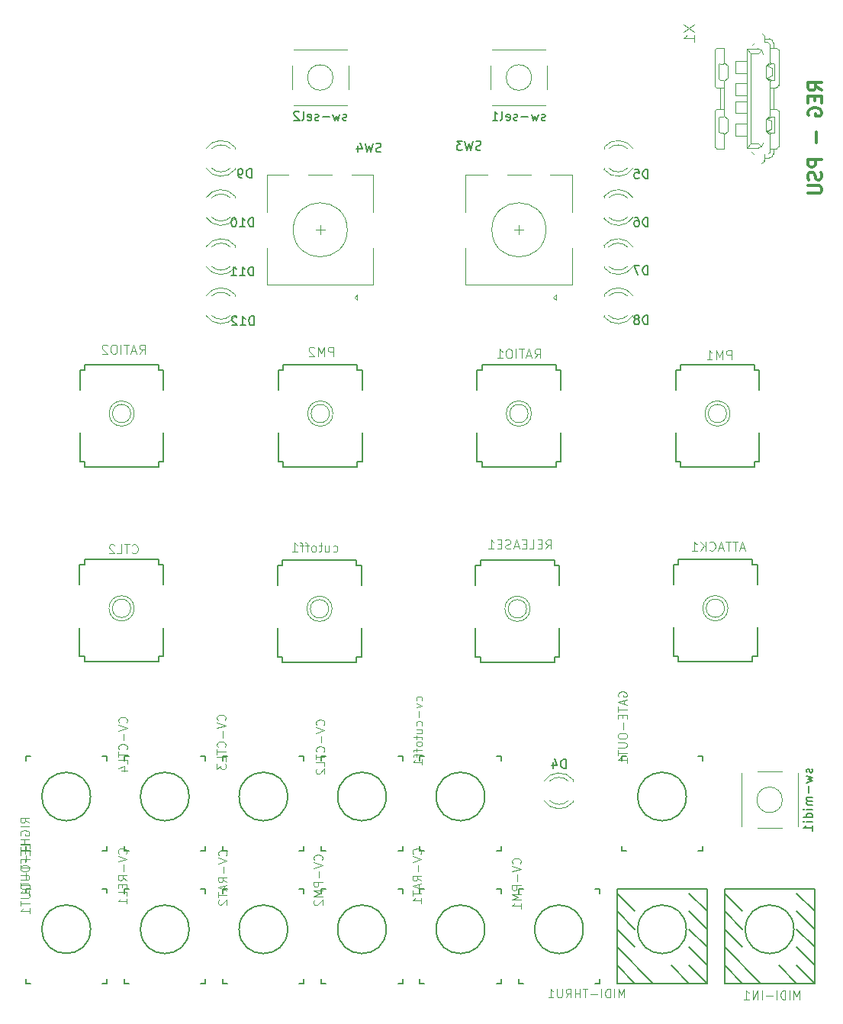
<source format=gbr>
%TF.GenerationSoftware,KiCad,Pcbnew,6.0.7-1.fc36*%
%TF.CreationDate,2022-09-03T22:34:53+00:00*%
%TF.ProjectId,fjol-top,666a6f6c-2d74-46f7-902e-6b696361645f,rev?*%
%TF.SameCoordinates,Original*%
%TF.FileFunction,Legend,Bot*%
%TF.FilePolarity,Positive*%
%FSLAX46Y46*%
G04 Gerber Fmt 4.6, Leading zero omitted, Abs format (unit mm)*
G04 Created by KiCad (PCBNEW 6.0.7-1.fc36) date 2022-09-03 22:34:53*
%MOMM*%
%LPD*%
G01*
G04 APERTURE LIST*
%ADD10C,0.300000*%
%ADD11C,0.077216*%
%ADD12C,0.096520*%
%ADD13C,0.081076*%
%ADD14C,0.150000*%
%ADD15C,0.127000*%
%ADD16C,0.101600*%
%ADD17C,0.203200*%
%ADD18C,0.050800*%
%ADD19C,0.120000*%
G04 APERTURE END LIST*
D10*
X182002209Y-59277265D02*
X181287923Y-58777265D01*
X182002209Y-58420122D02*
X180502209Y-58420122D01*
X180502209Y-58991551D01*
X180573638Y-59134408D01*
X180645066Y-59205837D01*
X180787923Y-59277265D01*
X181002209Y-59277265D01*
X181145066Y-59205837D01*
X181216495Y-59134408D01*
X181287923Y-58991551D01*
X181287923Y-58420122D01*
X181216495Y-59920122D02*
X181216495Y-60420122D01*
X182002209Y-60634408D02*
X182002209Y-59920122D01*
X180502209Y-59920122D01*
X180502209Y-60634408D01*
X180573638Y-62062980D02*
X180502209Y-61920122D01*
X180502209Y-61705837D01*
X180573638Y-61491551D01*
X180716495Y-61348694D01*
X180859352Y-61277265D01*
X181145066Y-61205837D01*
X181359352Y-61205837D01*
X181645066Y-61277265D01*
X181787923Y-61348694D01*
X181930780Y-61491551D01*
X182002209Y-61705837D01*
X182002209Y-61848694D01*
X181930780Y-62062980D01*
X181859352Y-62134408D01*
X181359352Y-62134408D01*
X181359352Y-61848694D01*
X181430780Y-63920122D02*
X181430780Y-65062980D01*
X182002209Y-66920122D02*
X180502209Y-66920122D01*
X180502209Y-67491551D01*
X180573638Y-67634408D01*
X180645066Y-67705837D01*
X180787923Y-67777265D01*
X181002209Y-67777265D01*
X181145066Y-67705837D01*
X181216495Y-67634408D01*
X181287923Y-67491551D01*
X181287923Y-66920122D01*
X181930780Y-68348694D02*
X182002209Y-68562980D01*
X182002209Y-68920122D01*
X181930780Y-69062980D01*
X181859352Y-69134408D01*
X181716495Y-69205837D01*
X181573638Y-69205837D01*
X181430780Y-69134408D01*
X181359352Y-69062980D01*
X181287923Y-68920122D01*
X181216495Y-68634408D01*
X181145066Y-68491551D01*
X181073638Y-68420122D01*
X180930780Y-68348694D01*
X180787923Y-68348694D01*
X180645066Y-68420122D01*
X180573638Y-68491551D01*
X180502209Y-68634408D01*
X180502209Y-68991551D01*
X180573638Y-69205837D01*
X180502209Y-69848694D02*
X181716495Y-69848694D01*
X181859352Y-69920122D01*
X181930780Y-69991551D01*
X182002209Y-70134408D01*
X182002209Y-70420122D01*
X181930780Y-70562980D01*
X181859352Y-70634408D01*
X181716495Y-70705837D01*
X180502209Y-70705837D01*
D11*
%TO.C,CV-RAT1*%
X137472634Y-143992675D02*
X137518596Y-143946713D01*
X137564558Y-143808827D01*
X137564558Y-143716903D01*
X137518596Y-143579018D01*
X137426672Y-143487094D01*
X137334748Y-143441132D01*
X137150900Y-143395170D01*
X137013015Y-143395170D01*
X136829167Y-143441132D01*
X136737243Y-143487094D01*
X136645320Y-143579018D01*
X136599358Y-143716903D01*
X136599358Y-143808827D01*
X136645320Y-143946713D01*
X136691281Y-143992675D01*
X136599358Y-144268446D02*
X137564558Y-144590180D01*
X136599358Y-144911913D01*
X137196862Y-145233646D02*
X137196862Y-145969037D01*
X137564558Y-146980199D02*
X137104939Y-146658465D01*
X137564558Y-146428656D02*
X136599358Y-146428656D01*
X136599358Y-146796351D01*
X136645320Y-146888275D01*
X136691281Y-146934237D01*
X136783205Y-146980199D01*
X136921091Y-146980199D01*
X137013015Y-146934237D01*
X137058977Y-146888275D01*
X137104939Y-146796351D01*
X137104939Y-146428656D01*
X137288786Y-147347894D02*
X137288786Y-147807513D01*
X137564558Y-147255970D02*
X136599358Y-147577703D01*
X137564558Y-147899437D01*
X136599358Y-148083284D02*
X136599358Y-148634827D01*
X137564558Y-148359056D02*
X136599358Y-148359056D01*
X137564558Y-149462141D02*
X137564558Y-148910599D01*
X137564558Y-149186370D02*
X136599358Y-149186370D01*
X136737243Y-149094446D01*
X136829167Y-149002522D01*
X136875129Y-148910599D01*
%TO.C,CV-REL1*%
X104781154Y-143950751D02*
X104827116Y-143904789D01*
X104873078Y-143766903D01*
X104873078Y-143674980D01*
X104827116Y-143537094D01*
X104735192Y-143445170D01*
X104643268Y-143399208D01*
X104459420Y-143353246D01*
X104321535Y-143353246D01*
X104137687Y-143399208D01*
X104045763Y-143445170D01*
X103953840Y-143537094D01*
X103907878Y-143674980D01*
X103907878Y-143766903D01*
X103953840Y-143904789D01*
X103999801Y-143950751D01*
X103907878Y-144226522D02*
X104873078Y-144548256D01*
X103907878Y-144869989D01*
X104505382Y-145191722D02*
X104505382Y-145927113D01*
X104873078Y-146938275D02*
X104413459Y-146616541D01*
X104873078Y-146386732D02*
X103907878Y-146386732D01*
X103907878Y-146754427D01*
X103953840Y-146846351D01*
X103999801Y-146892313D01*
X104091725Y-146938275D01*
X104229611Y-146938275D01*
X104321535Y-146892313D01*
X104367497Y-146846351D01*
X104413459Y-146754427D01*
X104413459Y-146386732D01*
X104367497Y-147351932D02*
X104367497Y-147673665D01*
X104873078Y-147811551D02*
X104873078Y-147351932D01*
X103907878Y-147351932D01*
X103907878Y-147811551D01*
X104873078Y-148684827D02*
X104873078Y-148225208D01*
X103907878Y-148225208D01*
X104873078Y-149512141D02*
X104873078Y-148960599D01*
X104873078Y-149236370D02*
X103907878Y-149236370D01*
X104045763Y-149144446D01*
X104137687Y-149052522D01*
X104183649Y-148960599D01*
%TO.C,CV-PM1*%
X148511594Y-145052294D02*
X148557556Y-145006332D01*
X148603518Y-144868446D01*
X148603518Y-144776522D01*
X148557556Y-144638637D01*
X148465632Y-144546713D01*
X148373708Y-144500751D01*
X148189860Y-144454789D01*
X148051975Y-144454789D01*
X147868127Y-144500751D01*
X147776203Y-144546713D01*
X147684280Y-144638637D01*
X147638318Y-144776522D01*
X147638318Y-144868446D01*
X147684280Y-145006332D01*
X147730241Y-145052294D01*
X147638318Y-145328065D02*
X148603518Y-145649799D01*
X147638318Y-145971532D01*
X148235822Y-146293265D02*
X148235822Y-147028656D01*
X148603518Y-147488275D02*
X147638318Y-147488275D01*
X147638318Y-147855970D01*
X147684280Y-147947894D01*
X147730241Y-147993856D01*
X147822165Y-148039818D01*
X147960051Y-148039818D01*
X148051975Y-147993856D01*
X148097937Y-147947894D01*
X148143899Y-147855970D01*
X148143899Y-147488275D01*
X148603518Y-148453475D02*
X147638318Y-148453475D01*
X148327746Y-148775208D01*
X147638318Y-149096941D01*
X148603518Y-149096941D01*
X148603518Y-150062141D02*
X148603518Y-149510599D01*
X148603518Y-149786370D02*
X147638318Y-149786370D01*
X147776203Y-149694446D01*
X147868127Y-149602522D01*
X147914089Y-149510599D01*
%TO.C,CV-RAT2*%
X115895514Y-144167675D02*
X115941476Y-144121713D01*
X115987438Y-143983827D01*
X115987438Y-143891903D01*
X115941476Y-143754018D01*
X115849552Y-143662094D01*
X115757628Y-143616132D01*
X115573780Y-143570170D01*
X115435895Y-143570170D01*
X115252047Y-143616132D01*
X115160123Y-143662094D01*
X115068200Y-143754018D01*
X115022238Y-143891903D01*
X115022238Y-143983827D01*
X115068200Y-144121713D01*
X115114161Y-144167675D01*
X115022238Y-144443446D02*
X115987438Y-144765180D01*
X115022238Y-145086913D01*
X115619742Y-145408646D02*
X115619742Y-146144037D01*
X115987438Y-147155199D02*
X115527819Y-146833465D01*
X115987438Y-146603656D02*
X115022238Y-146603656D01*
X115022238Y-146971351D01*
X115068200Y-147063275D01*
X115114161Y-147109237D01*
X115206085Y-147155199D01*
X115343971Y-147155199D01*
X115435895Y-147109237D01*
X115481857Y-147063275D01*
X115527819Y-146971351D01*
X115527819Y-146603656D01*
X115711666Y-147522894D02*
X115711666Y-147982513D01*
X115987438Y-147430970D02*
X115022238Y-147752703D01*
X115987438Y-148074437D01*
X115022238Y-148258284D02*
X115022238Y-148809827D01*
X115987438Y-148534056D02*
X115022238Y-148534056D01*
X115114161Y-149085599D02*
X115068200Y-149131561D01*
X115022238Y-149223484D01*
X115022238Y-149453294D01*
X115068200Y-149545218D01*
X115114161Y-149591180D01*
X115206085Y-149637141D01*
X115298009Y-149637141D01*
X115435895Y-149591180D01*
X115987438Y-149039637D01*
X115987438Y-149637141D01*
%TO.C,CV-PM2*%
X126509074Y-144677294D02*
X126555036Y-144631332D01*
X126600998Y-144493446D01*
X126600998Y-144401522D01*
X126555036Y-144263637D01*
X126463112Y-144171713D01*
X126371188Y-144125751D01*
X126187340Y-144079789D01*
X126049455Y-144079789D01*
X125865607Y-144125751D01*
X125773683Y-144171713D01*
X125681760Y-144263637D01*
X125635798Y-144401522D01*
X125635798Y-144493446D01*
X125681760Y-144631332D01*
X125727721Y-144677294D01*
X125635798Y-144953065D02*
X126600998Y-145274799D01*
X125635798Y-145596532D01*
X126233302Y-145918265D02*
X126233302Y-146653656D01*
X126600998Y-147113275D02*
X125635798Y-147113275D01*
X125635798Y-147480970D01*
X125681760Y-147572894D01*
X125727721Y-147618856D01*
X125819645Y-147664818D01*
X125957531Y-147664818D01*
X126049455Y-147618856D01*
X126095417Y-147572894D01*
X126141379Y-147480970D01*
X126141379Y-147113275D01*
X126600998Y-148078475D02*
X125635798Y-148078475D01*
X126325226Y-148400208D01*
X125635798Y-148721941D01*
X126600998Y-148721941D01*
X125727721Y-149135599D02*
X125681760Y-149181561D01*
X125635798Y-149273484D01*
X125635798Y-149503294D01*
X125681760Y-149595218D01*
X125727721Y-149641180D01*
X125819645Y-149687141D01*
X125911569Y-149687141D01*
X126049455Y-149641180D01*
X126600998Y-149089637D01*
X126600998Y-149687141D01*
%TO.C,LEFT-OUT1*%
X94092476Y-143360798D02*
X94092476Y-142901179D01*
X93127276Y-142901179D01*
X93586895Y-143682532D02*
X93586895Y-144004265D01*
X94092476Y-144142151D02*
X94092476Y-143682532D01*
X93127276Y-143682532D01*
X93127276Y-144142151D01*
X93586895Y-144877541D02*
X93586895Y-144555808D01*
X94092476Y-144555808D02*
X93127276Y-144555808D01*
X93127276Y-145015427D01*
X93127276Y-145245237D02*
X93127276Y-145796779D01*
X94092476Y-145521008D02*
X93127276Y-145521008D01*
X93724780Y-146118513D02*
X93724780Y-146853903D01*
X93127276Y-147497370D02*
X93127276Y-147681218D01*
X93173238Y-147773141D01*
X93265161Y-147865065D01*
X93449009Y-147911027D01*
X93770742Y-147911027D01*
X93954590Y-147865065D01*
X94046514Y-147773141D01*
X94092476Y-147681218D01*
X94092476Y-147497370D01*
X94046514Y-147405446D01*
X93954590Y-147313522D01*
X93770742Y-147267560D01*
X93449009Y-147267560D01*
X93265161Y-147313522D01*
X93173238Y-147405446D01*
X93127276Y-147497370D01*
X93127276Y-148324684D02*
X93908628Y-148324684D01*
X94000552Y-148370646D01*
X94046514Y-148416608D01*
X94092476Y-148508532D01*
X94092476Y-148692379D01*
X94046514Y-148784303D01*
X94000552Y-148830265D01*
X93908628Y-148876227D01*
X93127276Y-148876227D01*
X93127276Y-149197960D02*
X93127276Y-149749503D01*
X94092476Y-149473732D02*
X93127276Y-149473732D01*
X94092476Y-150576818D02*
X94092476Y-150025275D01*
X94092476Y-150301046D02*
X93127276Y-150301046D01*
X93265161Y-150209122D01*
X93357085Y-150117198D01*
X93403047Y-150025275D01*
%TO.C,GATE-OUT1*%
X159448240Y-126533237D02*
X159402278Y-126441313D01*
X159402278Y-126303427D01*
X159448240Y-126165541D01*
X159540163Y-126073618D01*
X159632087Y-126027656D01*
X159815935Y-125981694D01*
X159953820Y-125981694D01*
X160137668Y-126027656D01*
X160229592Y-126073618D01*
X160321516Y-126165541D01*
X160367478Y-126303427D01*
X160367478Y-126395351D01*
X160321516Y-126533237D01*
X160275554Y-126579199D01*
X159953820Y-126579199D01*
X159953820Y-126395351D01*
X160091706Y-126946894D02*
X160091706Y-127406513D01*
X160367478Y-126854970D02*
X159402278Y-127176703D01*
X160367478Y-127498437D01*
X159402278Y-127682284D02*
X159402278Y-128233827D01*
X160367478Y-127958056D02*
X159402278Y-127958056D01*
X159861897Y-128555561D02*
X159861897Y-128877294D01*
X160367478Y-129015180D02*
X160367478Y-128555561D01*
X159402278Y-128555561D01*
X159402278Y-129015180D01*
X159999782Y-129428837D02*
X159999782Y-130164227D01*
X159402278Y-130807694D02*
X159402278Y-130991541D01*
X159448240Y-131083465D01*
X159540163Y-131175389D01*
X159724011Y-131221351D01*
X160045744Y-131221351D01*
X160229592Y-131175389D01*
X160321516Y-131083465D01*
X160367478Y-130991541D01*
X160367478Y-130807694D01*
X160321516Y-130715770D01*
X160229592Y-130623846D01*
X160045744Y-130577884D01*
X159724011Y-130577884D01*
X159540163Y-130623846D01*
X159448240Y-130715770D01*
X159402278Y-130807694D01*
X159402278Y-131635008D02*
X160183630Y-131635008D01*
X160275554Y-131680970D01*
X160321516Y-131726932D01*
X160367478Y-131818856D01*
X160367478Y-132002703D01*
X160321516Y-132094627D01*
X160275554Y-132140589D01*
X160183630Y-132186551D01*
X159402278Y-132186551D01*
X159402278Y-132508284D02*
X159402278Y-133059827D01*
X160367478Y-132784056D02*
X159402278Y-132784056D01*
X160367478Y-133887141D02*
X160367478Y-133335599D01*
X160367478Y-133611370D02*
X159402278Y-133611370D01*
X159540163Y-133519446D01*
X159632087Y-133427522D01*
X159678049Y-133335599D01*
%TO.C,RIGHT-OUT1*%
X94042476Y-140543808D02*
X93582857Y-140222075D01*
X94042476Y-139992265D02*
X93077276Y-139992265D01*
X93077276Y-140359961D01*
X93123238Y-140451884D01*
X93169199Y-140497846D01*
X93261123Y-140543808D01*
X93399009Y-140543808D01*
X93490933Y-140497846D01*
X93536895Y-140451884D01*
X93582857Y-140359961D01*
X93582857Y-139992265D01*
X94042476Y-140957465D02*
X93077276Y-140957465D01*
X93123238Y-141922665D02*
X93077276Y-141830741D01*
X93077276Y-141692856D01*
X93123238Y-141554970D01*
X93215161Y-141463046D01*
X93307085Y-141417084D01*
X93490933Y-141371122D01*
X93628818Y-141371122D01*
X93812666Y-141417084D01*
X93904590Y-141463046D01*
X93996514Y-141554970D01*
X94042476Y-141692856D01*
X94042476Y-141784780D01*
X93996514Y-141922665D01*
X93950552Y-141968627D01*
X93628818Y-141968627D01*
X93628818Y-141784780D01*
X94042476Y-142382284D02*
X93077276Y-142382284D01*
X93536895Y-142382284D02*
X93536895Y-142933827D01*
X94042476Y-142933827D02*
X93077276Y-142933827D01*
X93077276Y-143255561D02*
X93077276Y-143807103D01*
X94042476Y-143531332D02*
X93077276Y-143531332D01*
X93674780Y-144128837D02*
X93674780Y-144864227D01*
X93077276Y-145507694D02*
X93077276Y-145691541D01*
X93123238Y-145783465D01*
X93215161Y-145875389D01*
X93399009Y-145921351D01*
X93720742Y-145921351D01*
X93904590Y-145875389D01*
X93996514Y-145783465D01*
X94042476Y-145691541D01*
X94042476Y-145507694D01*
X93996514Y-145415770D01*
X93904590Y-145323846D01*
X93720742Y-145277884D01*
X93399009Y-145277884D01*
X93215161Y-145323846D01*
X93123238Y-145415770D01*
X93077276Y-145507694D01*
X93077276Y-146335008D02*
X93858628Y-146335008D01*
X93950552Y-146380970D01*
X93996514Y-146426932D01*
X94042476Y-146518856D01*
X94042476Y-146702703D01*
X93996514Y-146794627D01*
X93950552Y-146840589D01*
X93858628Y-146886551D01*
X93077276Y-146886551D01*
X93077276Y-147208284D02*
X93077276Y-147759827D01*
X94042476Y-147484056D02*
X93077276Y-147484056D01*
X94042476Y-148587141D02*
X94042476Y-148035599D01*
X94042476Y-148311370D02*
X93077276Y-148311370D01*
X93215161Y-148219446D01*
X93307085Y-148127522D01*
X93353047Y-148035599D01*
D12*
%TO.C,X1*%
X166658885Y-51964303D02*
X167865385Y-52768637D01*
X166658885Y-52768637D02*
X167865385Y-51964303D01*
X167865385Y-53860232D02*
X167865385Y-53170803D01*
X167865385Y-53515518D02*
X166658885Y-53515518D01*
X166831242Y-53400613D01*
X166946147Y-53285708D01*
X167003599Y-53170803D01*
D11*
%TO.C,CV-CTL2*%
X126734074Y-129688637D02*
X126780036Y-129642675D01*
X126825998Y-129504789D01*
X126825998Y-129412865D01*
X126780036Y-129274980D01*
X126688112Y-129183056D01*
X126596188Y-129137094D01*
X126412340Y-129091132D01*
X126274455Y-129091132D01*
X126090607Y-129137094D01*
X125998683Y-129183056D01*
X125906760Y-129274980D01*
X125860798Y-129412865D01*
X125860798Y-129504789D01*
X125906760Y-129642675D01*
X125952721Y-129688637D01*
X125860798Y-129964408D02*
X126825998Y-130286141D01*
X125860798Y-130607875D01*
X126458302Y-130929608D02*
X126458302Y-131664999D01*
X126734074Y-132676161D02*
X126780036Y-132630199D01*
X126825998Y-132492313D01*
X126825998Y-132400389D01*
X126780036Y-132262503D01*
X126688112Y-132170580D01*
X126596188Y-132124618D01*
X126412340Y-132078656D01*
X126274455Y-132078656D01*
X126090607Y-132124618D01*
X125998683Y-132170580D01*
X125906760Y-132262503D01*
X125860798Y-132400389D01*
X125860798Y-132492313D01*
X125906760Y-132630199D01*
X125952721Y-132676161D01*
X125860798Y-132951932D02*
X125860798Y-133503475D01*
X126825998Y-133227703D02*
X125860798Y-133227703D01*
X126825998Y-134284827D02*
X126825998Y-133825208D01*
X125860798Y-133825208D01*
X125952721Y-134560599D02*
X125906760Y-134606561D01*
X125860798Y-134698484D01*
X125860798Y-134928294D01*
X125906760Y-135020218D01*
X125952721Y-135066180D01*
X126044645Y-135112141D01*
X126136569Y-135112141D01*
X126274455Y-135066180D01*
X126825998Y-134514637D01*
X126825998Y-135112141D01*
%TO.C,cv-cutoff1*%
X137593596Y-126984008D02*
X137639558Y-126892084D01*
X137639558Y-126708237D01*
X137593596Y-126616313D01*
X137547634Y-126570351D01*
X137455710Y-126524389D01*
X137179939Y-126524389D01*
X137088015Y-126570351D01*
X137042053Y-126616313D01*
X136996091Y-126708237D01*
X136996091Y-126892084D01*
X137042053Y-126984008D01*
X136996091Y-127305741D02*
X137639558Y-127535551D01*
X136996091Y-127765361D01*
X137271862Y-128133056D02*
X137271862Y-128868446D01*
X137593596Y-129741722D02*
X137639558Y-129649799D01*
X137639558Y-129465951D01*
X137593596Y-129374027D01*
X137547634Y-129328065D01*
X137455710Y-129282103D01*
X137179939Y-129282103D01*
X137088015Y-129328065D01*
X137042053Y-129374027D01*
X136996091Y-129465951D01*
X136996091Y-129649799D01*
X137042053Y-129741722D01*
X136996091Y-130569037D02*
X137639558Y-130569037D01*
X136996091Y-130155380D02*
X137501672Y-130155380D01*
X137593596Y-130201341D01*
X137639558Y-130293265D01*
X137639558Y-130431151D01*
X137593596Y-130523075D01*
X137547634Y-130569037D01*
X136996091Y-130890770D02*
X136996091Y-131258465D01*
X136674358Y-131028656D02*
X137501672Y-131028656D01*
X137593596Y-131074618D01*
X137639558Y-131166541D01*
X137639558Y-131258465D01*
X137639558Y-131718084D02*
X137593596Y-131626161D01*
X137547634Y-131580199D01*
X137455710Y-131534237D01*
X137179939Y-131534237D01*
X137088015Y-131580199D01*
X137042053Y-131626161D01*
X136996091Y-131718084D01*
X136996091Y-131855970D01*
X137042053Y-131947894D01*
X137088015Y-131993856D01*
X137179939Y-132039818D01*
X137455710Y-132039818D01*
X137547634Y-131993856D01*
X137593596Y-131947894D01*
X137639558Y-131855970D01*
X137639558Y-131718084D01*
X136996091Y-132315589D02*
X136996091Y-132683284D01*
X137639558Y-132453475D02*
X136812243Y-132453475D01*
X136720320Y-132499437D01*
X136674358Y-132591361D01*
X136674358Y-132683284D01*
X136996091Y-132867132D02*
X136996091Y-133234827D01*
X137639558Y-133005018D02*
X136812243Y-133005018D01*
X136720320Y-133050980D01*
X136674358Y-133142903D01*
X136674358Y-133234827D01*
X137639558Y-134062141D02*
X137639558Y-133510599D01*
X137639558Y-133786370D02*
X136674358Y-133786370D01*
X136812243Y-133694446D01*
X136904167Y-133602522D01*
X136950129Y-133510599D01*
D13*
%TO.C,ATTACK1*%
X173470598Y-110059460D02*
X172987998Y-110059460D01*
X173567118Y-110349020D02*
X173229298Y-109335560D01*
X172891478Y-110349020D01*
X172698438Y-109335560D02*
X172119318Y-109335560D01*
X172408878Y-110349020D02*
X172408878Y-109335560D01*
X171926278Y-109335560D02*
X171347158Y-109335560D01*
X171636718Y-110349020D02*
X171636718Y-109335560D01*
X171057598Y-110059460D02*
X170574998Y-110059460D01*
X171154118Y-110349020D02*
X170816298Y-109335560D01*
X170478478Y-110349020D01*
X169561538Y-110252500D02*
X169609798Y-110300760D01*
X169754578Y-110349020D01*
X169851098Y-110349020D01*
X169995878Y-110300760D01*
X170092398Y-110204240D01*
X170140658Y-110107720D01*
X170188918Y-109914680D01*
X170188918Y-109769900D01*
X170140658Y-109576860D01*
X170092398Y-109480340D01*
X169995878Y-109383820D01*
X169851098Y-109335560D01*
X169754578Y-109335560D01*
X169609798Y-109383820D01*
X169561538Y-109432080D01*
X169127198Y-110349020D02*
X169127198Y-109335560D01*
X168548078Y-110349020D02*
X168982418Y-109769900D01*
X168548078Y-109335560D02*
X169127198Y-109914680D01*
X167582878Y-110349020D02*
X168161998Y-110349020D01*
X167872438Y-110349020D02*
X167872438Y-109335560D01*
X167968958Y-109480340D01*
X168065478Y-109576860D01*
X168161998Y-109625120D01*
%TO.C,cutoff1*%
X127775998Y-110427760D02*
X127872518Y-110476020D01*
X128065558Y-110476020D01*
X128162078Y-110427760D01*
X128210338Y-110379500D01*
X128258598Y-110282980D01*
X128258598Y-109993420D01*
X128210338Y-109896900D01*
X128162078Y-109848640D01*
X128065558Y-109800380D01*
X127872518Y-109800380D01*
X127775998Y-109848640D01*
X126907318Y-109800380D02*
X126907318Y-110476020D01*
X127341658Y-109800380D02*
X127341658Y-110331240D01*
X127293398Y-110427760D01*
X127196878Y-110476020D01*
X127052098Y-110476020D01*
X126955578Y-110427760D01*
X126907318Y-110379500D01*
X126569498Y-109800380D02*
X126183418Y-109800380D01*
X126424718Y-109462560D02*
X126424718Y-110331240D01*
X126376458Y-110427760D01*
X126279938Y-110476020D01*
X126183418Y-110476020D01*
X125700818Y-110476020D02*
X125797338Y-110427760D01*
X125845598Y-110379500D01*
X125893858Y-110282980D01*
X125893858Y-109993420D01*
X125845598Y-109896900D01*
X125797338Y-109848640D01*
X125700818Y-109800380D01*
X125556038Y-109800380D01*
X125459518Y-109848640D01*
X125411258Y-109896900D01*
X125362998Y-109993420D01*
X125362998Y-110282980D01*
X125411258Y-110379500D01*
X125459518Y-110427760D01*
X125556038Y-110476020D01*
X125700818Y-110476020D01*
X125073438Y-109800380D02*
X124687358Y-109800380D01*
X124928658Y-110476020D02*
X124928658Y-109607340D01*
X124880398Y-109510820D01*
X124783878Y-109462560D01*
X124687358Y-109462560D01*
X124494318Y-109800380D02*
X124108238Y-109800380D01*
X124349538Y-110476020D02*
X124349538Y-109607340D01*
X124301278Y-109510820D01*
X124204758Y-109462560D01*
X124108238Y-109462560D01*
X123239558Y-110476020D02*
X123818678Y-110476020D01*
X123529118Y-110476020D02*
X123529118Y-109462560D01*
X123625638Y-109607340D01*
X123722158Y-109703860D01*
X123818678Y-109752120D01*
%TO.C,RELEASE1*%
X151380218Y-110158520D02*
X151718038Y-109675920D01*
X151959338Y-110158520D02*
X151959338Y-109145060D01*
X151573258Y-109145060D01*
X151476738Y-109193320D01*
X151428478Y-109241580D01*
X151380218Y-109338100D01*
X151380218Y-109482880D01*
X151428478Y-109579400D01*
X151476738Y-109627660D01*
X151573258Y-109675920D01*
X151959338Y-109675920D01*
X150945878Y-109627660D02*
X150608058Y-109627660D01*
X150463278Y-110158520D02*
X150945878Y-110158520D01*
X150945878Y-109145060D01*
X150463278Y-109145060D01*
X149546338Y-110158520D02*
X150028938Y-110158520D01*
X150028938Y-109145060D01*
X149208518Y-109627660D02*
X148870698Y-109627660D01*
X148725918Y-110158520D02*
X149208518Y-110158520D01*
X149208518Y-109145060D01*
X148725918Y-109145060D01*
X148339838Y-109868960D02*
X147857238Y-109868960D01*
X148436358Y-110158520D02*
X148098538Y-109145060D01*
X147760718Y-110158520D01*
X147471158Y-110110260D02*
X147326378Y-110158520D01*
X147085078Y-110158520D01*
X146988558Y-110110260D01*
X146940298Y-110062000D01*
X146892038Y-109965480D01*
X146892038Y-109868960D01*
X146940298Y-109772440D01*
X146988558Y-109724180D01*
X147085078Y-109675920D01*
X147278118Y-109627660D01*
X147374638Y-109579400D01*
X147422898Y-109531140D01*
X147471158Y-109434620D01*
X147471158Y-109338100D01*
X147422898Y-109241580D01*
X147374638Y-109193320D01*
X147278118Y-109145060D01*
X147036818Y-109145060D01*
X146892038Y-109193320D01*
X146457698Y-109627660D02*
X146119878Y-109627660D01*
X145975098Y-110158520D02*
X146457698Y-110158520D01*
X146457698Y-109145060D01*
X145975098Y-109145060D01*
X145009898Y-110158520D02*
X145589018Y-110158520D01*
X145299458Y-110158520D02*
X145299458Y-109145060D01*
X145395978Y-109289840D01*
X145492498Y-109386360D01*
X145589018Y-109434620D01*
D14*
%TO.C,sw-midi1*%
X180928323Y-134567608D02*
X180975942Y-134662846D01*
X180975942Y-134853322D01*
X180928323Y-134948560D01*
X180833085Y-134996180D01*
X180785466Y-134996180D01*
X180690228Y-134948560D01*
X180642609Y-134853322D01*
X180642609Y-134710465D01*
X180594990Y-134615227D01*
X180499752Y-134567608D01*
X180452133Y-134567608D01*
X180356895Y-134615227D01*
X180309276Y-134710465D01*
X180309276Y-134853322D01*
X180356895Y-134948560D01*
X180309276Y-135329513D02*
X180975942Y-135519989D01*
X180499752Y-135710465D01*
X180975942Y-135900941D01*
X180309276Y-136091418D01*
X180594990Y-136472370D02*
X180594990Y-137234275D01*
X180975942Y-137710465D02*
X180309276Y-137710465D01*
X180404514Y-137710465D02*
X180356895Y-137758084D01*
X180309276Y-137853322D01*
X180309276Y-137996180D01*
X180356895Y-138091418D01*
X180452133Y-138139037D01*
X180975942Y-138139037D01*
X180452133Y-138139037D02*
X180356895Y-138186656D01*
X180309276Y-138281894D01*
X180309276Y-138424751D01*
X180356895Y-138519989D01*
X180452133Y-138567608D01*
X180975942Y-138567608D01*
X180975942Y-139043799D02*
X180309276Y-139043799D01*
X179975942Y-139043799D02*
X180023562Y-138996180D01*
X180071181Y-139043799D01*
X180023562Y-139091418D01*
X179975942Y-139043799D01*
X180071181Y-139043799D01*
X180975942Y-139948560D02*
X179975942Y-139948560D01*
X180928323Y-139948560D02*
X180975942Y-139853322D01*
X180975942Y-139662846D01*
X180928323Y-139567608D01*
X180880704Y-139519989D01*
X180785466Y-139472370D01*
X180499752Y-139472370D01*
X180404514Y-139519989D01*
X180356895Y-139567608D01*
X180309276Y-139662846D01*
X180309276Y-139853322D01*
X180356895Y-139948560D01*
X180975942Y-140424751D02*
X180309276Y-140424751D01*
X179975942Y-140424751D02*
X180023562Y-140377132D01*
X180071181Y-140424751D01*
X180023562Y-140472370D01*
X179975942Y-140424751D01*
X180071181Y-140424751D01*
X180975942Y-141424751D02*
X180975942Y-140853322D01*
X180975942Y-141139037D02*
X179975942Y-141139037D01*
X180118800Y-141043799D01*
X180214038Y-140948560D01*
X180261657Y-140853322D01*
D13*
%TO.C,CTL2*%
X105469718Y-110570000D02*
X105517978Y-110618260D01*
X105662758Y-110666520D01*
X105759278Y-110666520D01*
X105904058Y-110618260D01*
X106000578Y-110521740D01*
X106048838Y-110425220D01*
X106097098Y-110232180D01*
X106097098Y-110087400D01*
X106048838Y-109894360D01*
X106000578Y-109797840D01*
X105904058Y-109701320D01*
X105759278Y-109653060D01*
X105662758Y-109653060D01*
X105517978Y-109701320D01*
X105469718Y-109749580D01*
X105180158Y-109653060D02*
X104601038Y-109653060D01*
X104890598Y-110666520D02*
X104890598Y-109653060D01*
X103780618Y-110666520D02*
X104263218Y-110666520D01*
X104263218Y-109653060D01*
X103491058Y-109749580D02*
X103442798Y-109701320D01*
X103346278Y-109653060D01*
X103104978Y-109653060D01*
X103008458Y-109701320D01*
X102960198Y-109749580D01*
X102911938Y-109846100D01*
X102911938Y-109942620D01*
X102960198Y-110087400D01*
X103539318Y-110666520D01*
X102911938Y-110666520D01*
D11*
%TO.C,MIDI-IN1*%
X179536133Y-160122618D02*
X179536133Y-159157418D01*
X179214399Y-159846846D01*
X178892666Y-159157418D01*
X178892666Y-160122618D01*
X178433047Y-160122618D02*
X178433047Y-159157418D01*
X177973428Y-160122618D02*
X177973428Y-159157418D01*
X177743618Y-159157418D01*
X177605733Y-159203380D01*
X177513809Y-159295303D01*
X177467847Y-159387227D01*
X177421885Y-159571075D01*
X177421885Y-159708960D01*
X177467847Y-159892808D01*
X177513809Y-159984732D01*
X177605733Y-160076656D01*
X177743618Y-160122618D01*
X177973428Y-160122618D01*
X177008228Y-160122618D02*
X177008228Y-159157418D01*
X176548609Y-159754922D02*
X175813218Y-159754922D01*
X175353599Y-160122618D02*
X175353599Y-159157418D01*
X174893980Y-160122618D02*
X174893980Y-159157418D01*
X174342438Y-160122618D01*
X174342438Y-159157418D01*
X173377238Y-160122618D02*
X173928780Y-160122618D01*
X173653009Y-160122618D02*
X173653009Y-159157418D01*
X173744933Y-159295303D01*
X173836857Y-159387227D01*
X173928780Y-159433189D01*
%TO.C,MIDI-THRU1*%
X160087840Y-159944818D02*
X160087840Y-158979618D01*
X159766106Y-159669046D01*
X159444373Y-158979618D01*
X159444373Y-159944818D01*
X158984754Y-159944818D02*
X158984754Y-158979618D01*
X158525135Y-159944818D02*
X158525135Y-158979618D01*
X158295325Y-158979618D01*
X158157440Y-159025580D01*
X158065516Y-159117503D01*
X158019554Y-159209427D01*
X157973592Y-159393275D01*
X157973592Y-159531160D01*
X158019554Y-159715008D01*
X158065516Y-159806932D01*
X158157440Y-159898856D01*
X158295325Y-159944818D01*
X158525135Y-159944818D01*
X157559935Y-159944818D02*
X157559935Y-158979618D01*
X157100316Y-159577122D02*
X156364925Y-159577122D01*
X156043192Y-158979618D02*
X155491649Y-158979618D01*
X155767421Y-159944818D02*
X155767421Y-158979618D01*
X155169916Y-159944818D02*
X155169916Y-158979618D01*
X155169916Y-159439237D02*
X154618373Y-159439237D01*
X154618373Y-159944818D02*
X154618373Y-158979618D01*
X153607211Y-159944818D02*
X153928944Y-159485199D01*
X154158754Y-159944818D02*
X154158754Y-158979618D01*
X153791059Y-158979618D01*
X153699135Y-159025580D01*
X153653173Y-159071541D01*
X153607211Y-159163465D01*
X153607211Y-159301351D01*
X153653173Y-159393275D01*
X153699135Y-159439237D01*
X153791059Y-159485199D01*
X154158754Y-159485199D01*
X153193554Y-158979618D02*
X153193554Y-159760970D01*
X153147592Y-159852894D01*
X153101630Y-159898856D01*
X153009706Y-159944818D01*
X152825859Y-159944818D01*
X152733935Y-159898856D01*
X152687973Y-159852894D01*
X152642011Y-159760970D01*
X152642011Y-158979618D01*
X151676811Y-159944818D02*
X152228354Y-159944818D01*
X151952582Y-159944818D02*
X151952582Y-158979618D01*
X152044506Y-159117503D01*
X152136430Y-159209427D01*
X152228354Y-159255389D01*
D14*
%TO.C,sw-sel2*%
X129281943Y-62550941D02*
X129186705Y-62598560D01*
X128996229Y-62598560D01*
X128900991Y-62550941D01*
X128853372Y-62455703D01*
X128853372Y-62408084D01*
X128900991Y-62312846D01*
X128996229Y-62265227D01*
X129139086Y-62265227D01*
X129234324Y-62217608D01*
X129281943Y-62122370D01*
X129281943Y-62074751D01*
X129234324Y-61979513D01*
X129139086Y-61931894D01*
X128996229Y-61931894D01*
X128900991Y-61979513D01*
X128520038Y-61931894D02*
X128329562Y-62598560D01*
X128139086Y-62122370D01*
X127948610Y-62598560D01*
X127758133Y-61931894D01*
X127377181Y-62217608D02*
X126615276Y-62217608D01*
X126186705Y-62550941D02*
X126091467Y-62598560D01*
X125900991Y-62598560D01*
X125805752Y-62550941D01*
X125758133Y-62455703D01*
X125758133Y-62408084D01*
X125805752Y-62312846D01*
X125900991Y-62265227D01*
X126043848Y-62265227D01*
X126139086Y-62217608D01*
X126186705Y-62122370D01*
X126186705Y-62074751D01*
X126139086Y-61979513D01*
X126043848Y-61931894D01*
X125900991Y-61931894D01*
X125805752Y-61979513D01*
X124948610Y-62550941D02*
X125043848Y-62598560D01*
X125234324Y-62598560D01*
X125329562Y-62550941D01*
X125377181Y-62455703D01*
X125377181Y-62074751D01*
X125329562Y-61979513D01*
X125234324Y-61931894D01*
X125043848Y-61931894D01*
X124948610Y-61979513D01*
X124900991Y-62074751D01*
X124900991Y-62169989D01*
X125377181Y-62265227D01*
X124329562Y-62598560D02*
X124424800Y-62550941D01*
X124472419Y-62455703D01*
X124472419Y-61598560D01*
X123996229Y-61693799D02*
X123948610Y-61646180D01*
X123853372Y-61598560D01*
X123615276Y-61598560D01*
X123520038Y-61646180D01*
X123472419Y-61693799D01*
X123424800Y-61789037D01*
X123424800Y-61884275D01*
X123472419Y-62027132D01*
X124043848Y-62598560D01*
X123424800Y-62598560D01*
%TO.C,SW3*%
X144171771Y-65850941D02*
X144028914Y-65898560D01*
X143790818Y-65898560D01*
X143695580Y-65850941D01*
X143647961Y-65803322D01*
X143600342Y-65708084D01*
X143600342Y-65612846D01*
X143647961Y-65517608D01*
X143695580Y-65469989D01*
X143790818Y-65422370D01*
X143981295Y-65374751D01*
X144076533Y-65327132D01*
X144124152Y-65279513D01*
X144171771Y-65184275D01*
X144171771Y-65089037D01*
X144124152Y-64993799D01*
X144076533Y-64946180D01*
X143981295Y-64898560D01*
X143743199Y-64898560D01*
X143600342Y-64946180D01*
X143267009Y-64898560D02*
X143028914Y-65898560D01*
X142838438Y-65184275D01*
X142647961Y-65898560D01*
X142409866Y-64898560D01*
X142124152Y-64898560D02*
X141505104Y-64898560D01*
X141838438Y-65279513D01*
X141695580Y-65279513D01*
X141600342Y-65327132D01*
X141552723Y-65374751D01*
X141505104Y-65469989D01*
X141505104Y-65708084D01*
X141552723Y-65803322D01*
X141600342Y-65850941D01*
X141695580Y-65898560D01*
X141981295Y-65898560D01*
X142076533Y-65850941D01*
X142124152Y-65803322D01*
%TO.C,SW4*%
X133096771Y-66075941D02*
X132953914Y-66123560D01*
X132715818Y-66123560D01*
X132620580Y-66075941D01*
X132572961Y-66028322D01*
X132525342Y-65933084D01*
X132525342Y-65837846D01*
X132572961Y-65742608D01*
X132620580Y-65694989D01*
X132715818Y-65647370D01*
X132906295Y-65599751D01*
X133001533Y-65552132D01*
X133049152Y-65504513D01*
X133096771Y-65409275D01*
X133096771Y-65314037D01*
X133049152Y-65218799D01*
X133001533Y-65171180D01*
X132906295Y-65123560D01*
X132668199Y-65123560D01*
X132525342Y-65171180D01*
X132192009Y-65123560D02*
X131953914Y-66123560D01*
X131763438Y-65409275D01*
X131572961Y-66123560D01*
X131334866Y-65123560D01*
X130525342Y-65456894D02*
X130525342Y-66123560D01*
X130763438Y-65075941D02*
X131001533Y-65790227D01*
X130382485Y-65790227D01*
D11*
%TO.C,CV-CTL3*%
X115770514Y-129138637D02*
X115816476Y-129092675D01*
X115862438Y-128954789D01*
X115862438Y-128862865D01*
X115816476Y-128724980D01*
X115724552Y-128633056D01*
X115632628Y-128587094D01*
X115448780Y-128541132D01*
X115310895Y-128541132D01*
X115127047Y-128587094D01*
X115035123Y-128633056D01*
X114943200Y-128724980D01*
X114897238Y-128862865D01*
X114897238Y-128954789D01*
X114943200Y-129092675D01*
X114989161Y-129138637D01*
X114897238Y-129414408D02*
X115862438Y-129736141D01*
X114897238Y-130057875D01*
X115494742Y-130379608D02*
X115494742Y-131114999D01*
X115770514Y-132126161D02*
X115816476Y-132080199D01*
X115862438Y-131942313D01*
X115862438Y-131850389D01*
X115816476Y-131712503D01*
X115724552Y-131620580D01*
X115632628Y-131574618D01*
X115448780Y-131528656D01*
X115310895Y-131528656D01*
X115127047Y-131574618D01*
X115035123Y-131620580D01*
X114943200Y-131712503D01*
X114897238Y-131850389D01*
X114897238Y-131942313D01*
X114943200Y-132080199D01*
X114989161Y-132126161D01*
X114897238Y-132401932D02*
X114897238Y-132953475D01*
X115862438Y-132677703D02*
X114897238Y-132677703D01*
X115862438Y-133734827D02*
X115862438Y-133275208D01*
X114897238Y-133275208D01*
X114897238Y-133964637D02*
X114897238Y-134562141D01*
X115264933Y-134240408D01*
X115264933Y-134378294D01*
X115310895Y-134470218D01*
X115356857Y-134516180D01*
X115448780Y-134562141D01*
X115678590Y-134562141D01*
X115770514Y-134516180D01*
X115816476Y-134470218D01*
X115862438Y-134378294D01*
X115862438Y-134102522D01*
X115816476Y-134010599D01*
X115770514Y-133964637D01*
%TO.C,CV-CTL4*%
X104831154Y-129413637D02*
X104877116Y-129367675D01*
X104923078Y-129229789D01*
X104923078Y-129137865D01*
X104877116Y-128999980D01*
X104785192Y-128908056D01*
X104693268Y-128862094D01*
X104509420Y-128816132D01*
X104371535Y-128816132D01*
X104187687Y-128862094D01*
X104095763Y-128908056D01*
X104003840Y-128999980D01*
X103957878Y-129137865D01*
X103957878Y-129229789D01*
X104003840Y-129367675D01*
X104049801Y-129413637D01*
X103957878Y-129689408D02*
X104923078Y-130011141D01*
X103957878Y-130332875D01*
X104555382Y-130654608D02*
X104555382Y-131389999D01*
X104831154Y-132401161D02*
X104877116Y-132355199D01*
X104923078Y-132217313D01*
X104923078Y-132125389D01*
X104877116Y-131987503D01*
X104785192Y-131895580D01*
X104693268Y-131849618D01*
X104509420Y-131803656D01*
X104371535Y-131803656D01*
X104187687Y-131849618D01*
X104095763Y-131895580D01*
X104003840Y-131987503D01*
X103957878Y-132125389D01*
X103957878Y-132217313D01*
X104003840Y-132355199D01*
X104049801Y-132401161D01*
X103957878Y-132676932D02*
X103957878Y-133228475D01*
X104923078Y-132952703D02*
X103957878Y-132952703D01*
X104923078Y-134009827D02*
X104923078Y-133550208D01*
X103957878Y-133550208D01*
X104279611Y-134745218D02*
X104923078Y-134745218D01*
X103911916Y-134515408D02*
X104601344Y-134285599D01*
X104601344Y-134883103D01*
D14*
%TO.C,D5*%
X162706933Y-69028560D02*
X162706933Y-68028560D01*
X162468838Y-68028560D01*
X162325980Y-68076180D01*
X162230742Y-68171418D01*
X162183123Y-68266656D01*
X162135504Y-68457132D01*
X162135504Y-68599989D01*
X162183123Y-68790465D01*
X162230742Y-68885703D01*
X162325980Y-68980941D01*
X162468838Y-69028560D01*
X162706933Y-69028560D01*
X161230742Y-68028560D02*
X161706933Y-68028560D01*
X161754552Y-68504751D01*
X161706933Y-68457132D01*
X161611695Y-68409513D01*
X161373599Y-68409513D01*
X161278361Y-68457132D01*
X161230742Y-68504751D01*
X161183123Y-68599989D01*
X161183123Y-68838084D01*
X161230742Y-68933322D01*
X161278361Y-68980941D01*
X161373599Y-69028560D01*
X161611695Y-69028560D01*
X161706933Y-68980941D01*
X161754552Y-68933322D01*
%TO.C,D6*%
X162706933Y-74362560D02*
X162706933Y-73362560D01*
X162468838Y-73362560D01*
X162325980Y-73410180D01*
X162230742Y-73505418D01*
X162183123Y-73600656D01*
X162135504Y-73791132D01*
X162135504Y-73933989D01*
X162183123Y-74124465D01*
X162230742Y-74219703D01*
X162325980Y-74314941D01*
X162468838Y-74362560D01*
X162706933Y-74362560D01*
X161278361Y-73362560D02*
X161468838Y-73362560D01*
X161564076Y-73410180D01*
X161611695Y-73457799D01*
X161706933Y-73600656D01*
X161754552Y-73791132D01*
X161754552Y-74172084D01*
X161706933Y-74267322D01*
X161659314Y-74314941D01*
X161564076Y-74362560D01*
X161373599Y-74362560D01*
X161278361Y-74314941D01*
X161230742Y-74267322D01*
X161183123Y-74172084D01*
X161183123Y-73933989D01*
X161230742Y-73838751D01*
X161278361Y-73791132D01*
X161373599Y-73743513D01*
X161564076Y-73743513D01*
X161659314Y-73791132D01*
X161706933Y-73838751D01*
X161754552Y-73933989D01*
%TO.C,D7*%
X162706933Y-79747360D02*
X162706933Y-78747360D01*
X162468838Y-78747360D01*
X162325980Y-78794980D01*
X162230742Y-78890218D01*
X162183123Y-78985456D01*
X162135504Y-79175932D01*
X162135504Y-79318789D01*
X162183123Y-79509265D01*
X162230742Y-79604503D01*
X162325980Y-79699741D01*
X162468838Y-79747360D01*
X162706933Y-79747360D01*
X161802171Y-78747360D02*
X161135504Y-78747360D01*
X161564076Y-79747360D01*
%TO.C,D8*%
X162705267Y-85248560D02*
X162705267Y-84248560D01*
X162467172Y-84248560D01*
X162324314Y-84296180D01*
X162229076Y-84391418D01*
X162181457Y-84486656D01*
X162133838Y-84677132D01*
X162133838Y-84819989D01*
X162181457Y-85010465D01*
X162229076Y-85105703D01*
X162324314Y-85200941D01*
X162467172Y-85248560D01*
X162705267Y-85248560D01*
X161562410Y-84677132D02*
X161657648Y-84629513D01*
X161705267Y-84581894D01*
X161752886Y-84486656D01*
X161752886Y-84439037D01*
X161705267Y-84343799D01*
X161657648Y-84296180D01*
X161562410Y-84248560D01*
X161371933Y-84248560D01*
X161276695Y-84296180D01*
X161229076Y-84343799D01*
X161181457Y-84439037D01*
X161181457Y-84486656D01*
X161229076Y-84581894D01*
X161276695Y-84629513D01*
X161371933Y-84677132D01*
X161562410Y-84677132D01*
X161657648Y-84724751D01*
X161705267Y-84772370D01*
X161752886Y-84867608D01*
X161752886Y-85058084D01*
X161705267Y-85153322D01*
X161657648Y-85200941D01*
X161562410Y-85248560D01*
X161371933Y-85248560D01*
X161276695Y-85200941D01*
X161229076Y-85153322D01*
X161181457Y-85058084D01*
X161181457Y-84867608D01*
X161229076Y-84772370D01*
X161276695Y-84724751D01*
X161371933Y-84677132D01*
%TO.C,D9*%
X118714133Y-68977760D02*
X118714133Y-67977760D01*
X118476038Y-67977760D01*
X118333180Y-68025380D01*
X118237942Y-68120618D01*
X118190323Y-68215856D01*
X118142704Y-68406332D01*
X118142704Y-68549189D01*
X118190323Y-68739665D01*
X118237942Y-68834903D01*
X118333180Y-68930141D01*
X118476038Y-68977760D01*
X118714133Y-68977760D01*
X117666514Y-68977760D02*
X117476038Y-68977760D01*
X117380799Y-68930141D01*
X117333180Y-68882522D01*
X117237942Y-68739665D01*
X117190323Y-68549189D01*
X117190323Y-68168237D01*
X117237942Y-68072999D01*
X117285561Y-68025380D01*
X117380799Y-67977760D01*
X117571276Y-67977760D01*
X117666514Y-68025380D01*
X117714133Y-68072999D01*
X117761752Y-68168237D01*
X117761752Y-68406332D01*
X117714133Y-68501570D01*
X117666514Y-68549189D01*
X117571276Y-68596808D01*
X117380799Y-68596808D01*
X117285561Y-68549189D01*
X117237942Y-68501570D01*
X117190323Y-68406332D01*
%TO.C,D10*%
X118936323Y-74413360D02*
X118936323Y-73413360D01*
X118698228Y-73413360D01*
X118555371Y-73460980D01*
X118460133Y-73556218D01*
X118412514Y-73651456D01*
X118364895Y-73841932D01*
X118364895Y-73984789D01*
X118412514Y-74175265D01*
X118460133Y-74270503D01*
X118555371Y-74365741D01*
X118698228Y-74413360D01*
X118936323Y-74413360D01*
X117412514Y-74413360D02*
X117983942Y-74413360D01*
X117698228Y-74413360D02*
X117698228Y-73413360D01*
X117793466Y-73556218D01*
X117888704Y-73651456D01*
X117983942Y-73699075D01*
X116793466Y-73413360D02*
X116698228Y-73413360D01*
X116602990Y-73460980D01*
X116555371Y-73508599D01*
X116507752Y-73603837D01*
X116460133Y-73794313D01*
X116460133Y-74032408D01*
X116507752Y-74222884D01*
X116555371Y-74318122D01*
X116602990Y-74365741D01*
X116698228Y-74413360D01*
X116793466Y-74413360D01*
X116888704Y-74365741D01*
X116936323Y-74318122D01*
X116983942Y-74222884D01*
X117031561Y-74032408D01*
X117031561Y-73794313D01*
X116983942Y-73603837D01*
X116936323Y-73508599D01*
X116888704Y-73460980D01*
X116793466Y-73413360D01*
%TO.C,D11*%
X118936323Y-79848960D02*
X118936323Y-78848960D01*
X118698228Y-78848960D01*
X118555371Y-78896580D01*
X118460133Y-78991818D01*
X118412514Y-79087056D01*
X118364895Y-79277532D01*
X118364895Y-79420389D01*
X118412514Y-79610865D01*
X118460133Y-79706103D01*
X118555371Y-79801341D01*
X118698228Y-79848960D01*
X118936323Y-79848960D01*
X117412514Y-79848960D02*
X117983942Y-79848960D01*
X117698228Y-79848960D02*
X117698228Y-78848960D01*
X117793466Y-78991818D01*
X117888704Y-79087056D01*
X117983942Y-79134675D01*
X116460133Y-79848960D02*
X117031561Y-79848960D01*
X116745847Y-79848960D02*
X116745847Y-78848960D01*
X116841085Y-78991818D01*
X116936323Y-79087056D01*
X117031561Y-79134675D01*
%TO.C,D12*%
X118987123Y-85335360D02*
X118987123Y-84335360D01*
X118749028Y-84335360D01*
X118606171Y-84382980D01*
X118510933Y-84478218D01*
X118463314Y-84573456D01*
X118415695Y-84763932D01*
X118415695Y-84906789D01*
X118463314Y-85097265D01*
X118510933Y-85192503D01*
X118606171Y-85287741D01*
X118749028Y-85335360D01*
X118987123Y-85335360D01*
X117463314Y-85335360D02*
X118034742Y-85335360D01*
X117749028Y-85335360D02*
X117749028Y-84335360D01*
X117844266Y-84478218D01*
X117939504Y-84573456D01*
X118034742Y-84621075D01*
X117082361Y-84430599D02*
X117034742Y-84382980D01*
X116939504Y-84335360D01*
X116701409Y-84335360D01*
X116606171Y-84382980D01*
X116558552Y-84430599D01*
X116510933Y-84525837D01*
X116510933Y-84621075D01*
X116558552Y-84763932D01*
X117129980Y-85335360D01*
X116510933Y-85335360D01*
%TO.C,sw-sel1*%
X151324476Y-62550941D02*
X151229238Y-62598560D01*
X151038762Y-62598560D01*
X150943524Y-62550941D01*
X150895905Y-62455703D01*
X150895905Y-62408084D01*
X150943524Y-62312846D01*
X151038762Y-62265227D01*
X151181619Y-62265227D01*
X151276857Y-62217608D01*
X151324476Y-62122370D01*
X151324476Y-62074751D01*
X151276857Y-61979513D01*
X151181619Y-61931894D01*
X151038762Y-61931894D01*
X150943524Y-61979513D01*
X150562571Y-61931894D02*
X150372095Y-62598560D01*
X150181619Y-62122370D01*
X149991143Y-62598560D01*
X149800666Y-61931894D01*
X149419714Y-62217608D02*
X148657809Y-62217608D01*
X148229238Y-62550941D02*
X148134000Y-62598560D01*
X147943524Y-62598560D01*
X147848285Y-62550941D01*
X147800666Y-62455703D01*
X147800666Y-62408084D01*
X147848285Y-62312846D01*
X147943524Y-62265227D01*
X148086381Y-62265227D01*
X148181619Y-62217608D01*
X148229238Y-62122370D01*
X148229238Y-62074751D01*
X148181619Y-61979513D01*
X148086381Y-61931894D01*
X147943524Y-61931894D01*
X147848285Y-61979513D01*
X146991143Y-62550941D02*
X147086381Y-62598560D01*
X147276857Y-62598560D01*
X147372095Y-62550941D01*
X147419714Y-62455703D01*
X147419714Y-62074751D01*
X147372095Y-61979513D01*
X147276857Y-61931894D01*
X147086381Y-61931894D01*
X146991143Y-61979513D01*
X146943524Y-62074751D01*
X146943524Y-62169989D01*
X147419714Y-62265227D01*
X146372095Y-62598560D02*
X146467333Y-62550941D01*
X146514952Y-62455703D01*
X146514952Y-61598560D01*
X145467333Y-62598560D02*
X146038762Y-62598560D01*
X145753047Y-62598560D02*
X145753047Y-61598560D01*
X145848285Y-61741418D01*
X145943524Y-61836656D01*
X146038762Y-61884275D01*
D13*
%TO.C,PM2*%
X127781705Y-88750220D02*
X127781705Y-87736760D01*
X127395625Y-87736760D01*
X127299105Y-87785020D01*
X127250845Y-87833280D01*
X127202585Y-87929800D01*
X127202585Y-88074580D01*
X127250845Y-88171100D01*
X127299105Y-88219360D01*
X127395625Y-88267620D01*
X127781705Y-88267620D01*
X126768245Y-88750220D02*
X126768245Y-87736760D01*
X126430425Y-88460660D01*
X126092605Y-87736760D01*
X126092605Y-88750220D01*
X125658265Y-87833280D02*
X125610005Y-87785020D01*
X125513485Y-87736760D01*
X125272185Y-87736760D01*
X125175665Y-87785020D01*
X125127405Y-87833280D01*
X125079145Y-87929800D01*
X125079145Y-88026320D01*
X125127405Y-88171100D01*
X125706525Y-88750220D01*
X125079145Y-88750220D01*
%TO.C,RATIO1*%
X150141951Y-88989220D02*
X150479771Y-88506620D01*
X150721071Y-88989220D02*
X150721071Y-87975760D01*
X150334991Y-87975760D01*
X150238471Y-88024020D01*
X150190211Y-88072280D01*
X150141951Y-88168800D01*
X150141951Y-88313580D01*
X150190211Y-88410100D01*
X150238471Y-88458360D01*
X150334991Y-88506620D01*
X150721071Y-88506620D01*
X149755871Y-88699660D02*
X149273271Y-88699660D01*
X149852391Y-88989220D02*
X149514571Y-87975760D01*
X149176751Y-88989220D01*
X148983711Y-87975760D02*
X148404591Y-87975760D01*
X148694151Y-88989220D02*
X148694151Y-87975760D01*
X148066771Y-88989220D02*
X148066771Y-87975760D01*
X147391131Y-87975760D02*
X147198091Y-87975760D01*
X147101571Y-88024020D01*
X147005051Y-88120540D01*
X146956791Y-88313580D01*
X146956791Y-88651400D01*
X147005051Y-88844440D01*
X147101571Y-88940960D01*
X147198091Y-88989220D01*
X147391131Y-88989220D01*
X147487651Y-88940960D01*
X147584171Y-88844440D01*
X147632431Y-88651400D01*
X147632431Y-88313580D01*
X147584171Y-88120540D01*
X147487651Y-88024020D01*
X147391131Y-87975760D01*
X145991591Y-88989220D02*
X146570711Y-88989220D01*
X146281151Y-88989220D02*
X146281151Y-87975760D01*
X146377671Y-88120540D01*
X146474191Y-88217060D01*
X146570711Y-88265320D01*
%TO.C,RATIO2*%
X106295218Y-88496220D02*
X106633038Y-88013620D01*
X106874338Y-88496220D02*
X106874338Y-87482760D01*
X106488258Y-87482760D01*
X106391738Y-87531020D01*
X106343478Y-87579280D01*
X106295218Y-87675800D01*
X106295218Y-87820580D01*
X106343478Y-87917100D01*
X106391738Y-87965360D01*
X106488258Y-88013620D01*
X106874338Y-88013620D01*
X105909138Y-88206660D02*
X105426538Y-88206660D01*
X106005658Y-88496220D02*
X105667838Y-87482760D01*
X105330018Y-88496220D01*
X105136978Y-87482760D02*
X104557858Y-87482760D01*
X104847418Y-88496220D02*
X104847418Y-87482760D01*
X104220038Y-88496220D02*
X104220038Y-87482760D01*
X103544398Y-87482760D02*
X103351358Y-87482760D01*
X103254838Y-87531020D01*
X103158318Y-87627540D01*
X103110058Y-87820580D01*
X103110058Y-88158400D01*
X103158318Y-88351440D01*
X103254838Y-88447960D01*
X103351358Y-88496220D01*
X103544398Y-88496220D01*
X103640918Y-88447960D01*
X103737438Y-88351440D01*
X103785698Y-88158400D01*
X103785698Y-87820580D01*
X103737438Y-87627540D01*
X103640918Y-87531020D01*
X103544398Y-87482760D01*
X102723978Y-87579280D02*
X102675718Y-87531020D01*
X102579198Y-87482760D01*
X102337898Y-87482760D01*
X102241378Y-87531020D01*
X102193118Y-87579280D01*
X102144858Y-87675800D01*
X102144858Y-87772320D01*
X102193118Y-87917100D01*
X102772238Y-88496220D01*
X102144858Y-88496220D01*
%TO.C,PM1*%
X171969438Y-89122920D02*
X171969438Y-88109460D01*
X171583358Y-88109460D01*
X171486838Y-88157720D01*
X171438578Y-88205980D01*
X171390318Y-88302500D01*
X171390318Y-88447280D01*
X171438578Y-88543800D01*
X171486838Y-88592060D01*
X171583358Y-88640320D01*
X171969438Y-88640320D01*
X170955978Y-89122920D02*
X170955978Y-88109460D01*
X170618158Y-88833360D01*
X170280338Y-88109460D01*
X170280338Y-89122920D01*
X169266878Y-89122920D02*
X169845998Y-89122920D01*
X169556438Y-89122920D02*
X169556438Y-88109460D01*
X169652958Y-88254240D01*
X169749478Y-88350760D01*
X169845998Y-88399020D01*
D14*
%TO.C,D4*%
X153592337Y-134488559D02*
X153592337Y-133488559D01*
X153354242Y-133488559D01*
X153211384Y-133536179D01*
X153116146Y-133631417D01*
X153068527Y-133726655D01*
X153020908Y-133917131D01*
X153020908Y-134059988D01*
X153068527Y-134250464D01*
X153116146Y-134345702D01*
X153211384Y-134440940D01*
X153354242Y-134488559D01*
X153592337Y-134488559D01*
X152163765Y-133821893D02*
X152163765Y-134488559D01*
X152401861Y-133440940D02*
X152639956Y-134155226D01*
X152020908Y-134155226D01*
D15*
%TO.C,CV-RAT1*%
X145912082Y-158358929D02*
X146412082Y-158358929D01*
X137412082Y-148358929D02*
X137412082Y-147858929D01*
X146412082Y-158358929D02*
X146412082Y-157858929D01*
X146412082Y-148358929D02*
X146412082Y-147858929D01*
X146412082Y-147858929D02*
X145912082Y-147858929D01*
X137412082Y-158358929D02*
X137912082Y-158358929D01*
X137412082Y-147858929D02*
X137912082Y-147858929D01*
X137412082Y-157858929D02*
X137412082Y-158358929D01*
X144602803Y-152358929D02*
G75*
G03*
X144602803Y-152358929I-2690721J0D01*
G01*
%TO.C,CV-REL1*%
X113100602Y-158358929D02*
X113600602Y-158358929D01*
X113600602Y-158358929D02*
X113600602Y-157858929D01*
X104600602Y-157858929D02*
X104600602Y-158358929D01*
X104600602Y-148358929D02*
X104600602Y-147858929D01*
X113600602Y-148358929D02*
X113600602Y-147858929D01*
X104600602Y-147858929D02*
X105100602Y-147858929D01*
X104600602Y-158358929D02*
X105100602Y-158358929D01*
X113600602Y-147858929D02*
X113100602Y-147858929D01*
X111791323Y-152358929D02*
G75*
G03*
X111791323Y-152358929I-2690721J0D01*
G01*
%TO.C,CV-PM1*%
X148349242Y-147858929D02*
X148849242Y-147858929D01*
X157349242Y-158358929D02*
X157349242Y-157858929D01*
X157349242Y-148358929D02*
X157349242Y-147858929D01*
X148349242Y-148358929D02*
X148349242Y-147858929D01*
X148349242Y-158358929D02*
X148849242Y-158358929D01*
X157349242Y-147858929D02*
X156849242Y-147858929D01*
X148349242Y-157858929D02*
X148349242Y-158358929D01*
X156849242Y-158358929D02*
X157349242Y-158358929D01*
X155539963Y-152358929D02*
G75*
G03*
X155539963Y-152358929I-2690721J0D01*
G01*
%TO.C,CV-RAT2*%
X124537762Y-158358929D02*
X124537762Y-157858929D01*
X115537762Y-148358929D02*
X115537762Y-147858929D01*
X124537762Y-147858929D02*
X124037762Y-147858929D01*
X124537762Y-148358929D02*
X124537762Y-147858929D01*
X115537762Y-147858929D02*
X116037762Y-147858929D01*
X115537762Y-157858929D02*
X115537762Y-158358929D01*
X115537762Y-158358929D02*
X116037762Y-158358929D01*
X124037762Y-158358929D02*
X124537762Y-158358929D01*
X122728483Y-152358929D02*
G75*
G03*
X122728483Y-152358929I-2690721J0D01*
G01*
%TO.C,CV-PM2*%
X126474922Y-147858929D02*
X126974922Y-147858929D01*
X126474922Y-148358929D02*
X126474922Y-147858929D01*
X135474922Y-158358929D02*
X135474922Y-157858929D01*
X134974922Y-158358929D02*
X135474922Y-158358929D01*
X135474922Y-148358929D02*
X135474922Y-147858929D01*
X135474922Y-147858929D02*
X134974922Y-147858929D01*
X126474922Y-158358929D02*
X126974922Y-158358929D01*
X126474922Y-157858929D02*
X126474922Y-158358929D01*
X133665643Y-152358929D02*
G75*
G03*
X133665643Y-152358929I-2690721J0D01*
G01*
%TO.C,LEFT-OUT1*%
X93663438Y-143126929D02*
X93663438Y-143626929D01*
X102663438Y-133126929D02*
X102163438Y-133126929D01*
X102663438Y-133626929D02*
X102663438Y-133126929D01*
X93663438Y-133626929D02*
X93663438Y-133126929D01*
X102663438Y-143626929D02*
X102663438Y-143126929D01*
X93663438Y-143626929D02*
X94163438Y-143626929D01*
X93663438Y-133126929D02*
X94163438Y-133126929D01*
X102163438Y-143626929D02*
X102663438Y-143626929D01*
X100854159Y-137626929D02*
G75*
G03*
X100854159Y-137626929I-2690721J0D01*
G01*
%TO.C,GATE-OUT1*%
X159786402Y-143126929D02*
X159786402Y-143626929D01*
X159786402Y-133626929D02*
X159786402Y-133126929D01*
X168286402Y-143626929D02*
X168786402Y-143626929D01*
X168786402Y-133626929D02*
X168786402Y-133126929D01*
X168786402Y-143626929D02*
X168786402Y-143126929D01*
X168786402Y-133126929D02*
X168286402Y-133126929D01*
X159786402Y-133126929D02*
X160286402Y-133126929D01*
X159786402Y-143626929D02*
X160286402Y-143626929D01*
X166977123Y-137626929D02*
G75*
G03*
X166977123Y-137626929I-2690721J0D01*
G01*
%TO.C,RIGHT-OUT1*%
X93663438Y-157846180D02*
X93663438Y-158346180D01*
X102663438Y-158346180D02*
X102663438Y-157846180D01*
X102163438Y-158346180D02*
X102663438Y-158346180D01*
X93663438Y-158346180D02*
X94163438Y-158346180D01*
X102663438Y-147846180D02*
X102163438Y-147846180D01*
X93663438Y-147846180D02*
X94163438Y-147846180D01*
X102663438Y-148346180D02*
X102663438Y-147846180D01*
X93663438Y-148346180D02*
X93663438Y-147846180D01*
X100854159Y-152346180D02*
G75*
G03*
X100854159Y-152346180I-2690721J0D01*
G01*
D16*
%TO.C,X1*%
X175822438Y-62444480D02*
X175822438Y-63793880D01*
X175843838Y-57861080D02*
X176229338Y-58203780D01*
X171153238Y-62101780D02*
X171581638Y-62465880D01*
X175843838Y-56533180D02*
X175843838Y-57861080D01*
X171024738Y-64007980D02*
X170724938Y-64007980D01*
X171024738Y-56318980D02*
X170724938Y-56318980D01*
X176315038Y-62187480D02*
X176229338Y-62101780D01*
X170746338Y-61352180D02*
X170360838Y-61352180D01*
X177214538Y-65507280D02*
X177214538Y-61544980D01*
X175886638Y-63750980D02*
X176357838Y-64007980D01*
X173702038Y-54626980D02*
X173702038Y-65635780D01*
X170168038Y-54776780D02*
X170168038Y-58803480D01*
X175629638Y-53941580D02*
X176015138Y-53941580D01*
X175929438Y-57839680D02*
X176486338Y-57668280D01*
X173659138Y-56019080D02*
X172395538Y-56019080D01*
X173680638Y-62979980D02*
X172395538Y-62979980D01*
X170746338Y-58996180D02*
X170746338Y-61352180D01*
X176186438Y-66770980D02*
X175651038Y-66770980D01*
X171581638Y-56554580D02*
X171153238Y-56211880D01*
X171153238Y-58974780D02*
X171153238Y-58225180D01*
X170596438Y-56447480D02*
X170596438Y-57989580D01*
X172395538Y-58503580D02*
X172395538Y-59810080D01*
X171131838Y-54605480D02*
X171131838Y-56233280D01*
X176636238Y-61352180D02*
X176636238Y-58996180D01*
X176764738Y-64007980D02*
X176764738Y-62187480D01*
X175822438Y-63793880D02*
X176229338Y-64136480D01*
X171581638Y-57861080D02*
X171581638Y-56554580D01*
X174258838Y-54241380D02*
X174515938Y-53962980D01*
X173702038Y-54626980D02*
X174087538Y-55162380D01*
X171153238Y-58225180D02*
X171067638Y-58139480D01*
X176636238Y-54605480D02*
X176229338Y-54605480D01*
X173680638Y-58503580D02*
X172395538Y-58503580D01*
X176229338Y-65721480D02*
X176229338Y-64136480D01*
X170339438Y-65721480D02*
X171131838Y-65721480D01*
X172395538Y-60495480D02*
X172395538Y-61801980D01*
X175008538Y-65164580D02*
X175308338Y-65507280D01*
X176229338Y-58974780D02*
X176957538Y-58974780D01*
X171581638Y-62465880D02*
X171581638Y-63772380D01*
X173659138Y-60495480D02*
X172395538Y-60495480D01*
X176229338Y-58974780D02*
X176229338Y-62101780D01*
X171153238Y-62101780D02*
X171067638Y-62187480D01*
X176207938Y-56190480D02*
X175843838Y-56533180D01*
X172395538Y-57346980D02*
X173659138Y-57346980D01*
X172395538Y-56019080D02*
X172395538Y-57346980D01*
X171153238Y-54605480D02*
X170339338Y-54605480D01*
X176443538Y-62615880D02*
X176443538Y-63558280D01*
X176357838Y-64007980D02*
X176764738Y-64007980D01*
X170746338Y-58139480D02*
X171067638Y-58139480D01*
X176229338Y-64136480D02*
X176357838Y-64007980D01*
X174087538Y-65164580D02*
X175008538Y-65164580D01*
X171131838Y-56233280D02*
X171024738Y-56318980D01*
X176229338Y-58203780D02*
X176379238Y-58096680D01*
X176229338Y-62101780D02*
X175822438Y-62444480D01*
X176636238Y-65721480D02*
X176636238Y-66321180D01*
X177214538Y-58717780D02*
X177214538Y-54776880D01*
X170168038Y-61544980D02*
X170168038Y-65550080D01*
X176229338Y-56190380D02*
X176229338Y-56190480D01*
X173702038Y-65635780D02*
X173702038Y-65657180D01*
X174087538Y-55162380D02*
X175008538Y-55140980D01*
X176229338Y-54155780D02*
X176229338Y-56190380D01*
X176229338Y-58974780D02*
X176229338Y-58203780D01*
X176379238Y-58096680D02*
X175929438Y-57839680D01*
X172395538Y-61801980D02*
X173680638Y-61801980D01*
X171581638Y-63772380D02*
X171153238Y-64115080D01*
X174087538Y-55162380D02*
X174087538Y-65164580D01*
X172395538Y-62979980D02*
X172395538Y-64286480D01*
X176636238Y-61352180D02*
X176229338Y-61352180D01*
X170596438Y-63879480D02*
X170596438Y-62337380D01*
X175008538Y-55140980D02*
X175286938Y-54819680D01*
X177043138Y-54605480D02*
X176636238Y-54605480D01*
X172395538Y-64286480D02*
X173680638Y-64286480D01*
X176636238Y-54605480D02*
X176636238Y-54005780D01*
X170746338Y-61352180D02*
X171153238Y-61352180D01*
X177021738Y-61352180D02*
X176636238Y-61352180D01*
X176764738Y-62187480D02*
X176315038Y-62187480D01*
X171131838Y-64093680D02*
X171024738Y-64007980D01*
X173680638Y-58482180D02*
X173680638Y-58503580D01*
X175865238Y-62487380D02*
X176443538Y-62615880D01*
X171131838Y-65721480D02*
X171131838Y-64093680D01*
X175865238Y-62487380D02*
X176379238Y-62208880D01*
X173702038Y-65657180D02*
X174987138Y-65657180D01*
X176743338Y-58096680D02*
X176379238Y-58096680D01*
X175629638Y-53191980D02*
X175629638Y-53941580D01*
X174087538Y-65164580D02*
X173702038Y-65635780D01*
X176786238Y-56426080D02*
X176786238Y-58053780D01*
X176443538Y-63558280D02*
X175865238Y-63772380D01*
X176379238Y-56276080D02*
X176636238Y-56276080D01*
X176486338Y-56747280D02*
X175865238Y-56554580D01*
X176165038Y-53534580D02*
X175651038Y-53534580D01*
X174880038Y-54626980D02*
X173702038Y-54626980D01*
X171153238Y-61352180D02*
X171153238Y-62101780D01*
X171153238Y-58225180D02*
X171581638Y-57861080D01*
X176229338Y-66171280D02*
X176229338Y-65721480D01*
X172395538Y-59810080D02*
X173637738Y-59810080D01*
X175629638Y-66363980D02*
X175629638Y-67092180D01*
X174494438Y-66321180D02*
X174216038Y-66064180D01*
X170339338Y-58974780D02*
X171153238Y-58974780D01*
X176229338Y-56190380D02*
X176379238Y-56276080D01*
X176636238Y-65721480D02*
X177000338Y-65721480D01*
X176229338Y-65721480D02*
X176636238Y-65721480D01*
X170746338Y-62187480D02*
X171067638Y-62187480D01*
X171153238Y-58974780D02*
X171153238Y-61352180D01*
X176486338Y-57668280D02*
X176486338Y-56747280D01*
X176422138Y-56297580D02*
X175972338Y-56554580D01*
X170596438Y-57989580D02*
G75*
G03*
X170746338Y-58139480I149901J1D01*
G01*
X170746338Y-62187480D02*
G75*
G03*
X170596438Y-62337380I0J-149900D01*
G01*
X176058038Y-66342580D02*
G75*
G03*
X176229338Y-66171280I0J171300D01*
G01*
X170168038Y-65550080D02*
G75*
G03*
X170339438Y-65721480I171400J0D01*
G01*
X176636238Y-54005780D02*
G75*
G03*
X176165038Y-53534580I-471199J1D01*
G01*
X170360838Y-61352180D02*
G75*
G03*
X170168038Y-61544980I0J-192800D01*
G01*
X177214538Y-61544980D02*
G75*
G03*
X177021738Y-61352180I-192800J0D01*
G01*
X176786238Y-56426080D02*
G75*
G03*
X176636238Y-56276080I-150000J0D01*
G01*
X175629638Y-53191980D02*
G75*
G03*
X175415438Y-52977780I-214201J-1D01*
G01*
X175351138Y-67370680D02*
G75*
G03*
X175629638Y-67092180I0J278500D01*
G01*
X170168038Y-58803480D02*
G75*
G03*
X170339338Y-58974780I171301J1D01*
G01*
X174987138Y-65657179D02*
G75*
G03*
X175522537Y-65121779I0J535399D01*
G01*
X175522538Y-55269480D02*
G75*
G03*
X174880038Y-54626980I-642500J0D01*
G01*
X177000338Y-65721480D02*
G75*
G03*
X177214538Y-65507280I0J214200D01*
G01*
X176743338Y-58096680D02*
G75*
G03*
X176786238Y-58053780I0J42900D01*
G01*
X176229338Y-54155780D02*
G75*
G03*
X176015138Y-53941580I-214201J-1D01*
G01*
X170596438Y-63879480D02*
G75*
G03*
X170724938Y-64007980I128500J0D01*
G01*
X170724938Y-56318980D02*
G75*
G03*
X170596438Y-56447480I1J-128501D01*
G01*
X176957538Y-58974780D02*
G75*
G03*
X177214538Y-58717780I-2J257002D01*
G01*
X176186438Y-66770980D02*
G75*
G03*
X176636238Y-66321180I0J449800D01*
G01*
X177214538Y-54776880D02*
G75*
G03*
X177043138Y-54605480I-171400J0D01*
G01*
X170339338Y-54605480D02*
G75*
G03*
X170168038Y-54776780I1J-171301D01*
G01*
D15*
%TO.C,CV-CTL2*%
X126474922Y-133126929D02*
X126974922Y-133126929D01*
X126474922Y-143126929D02*
X126474922Y-143626929D01*
X135474922Y-133126929D02*
X134974922Y-133126929D01*
X134974922Y-143626929D02*
X135474922Y-143626929D01*
X126474922Y-133626929D02*
X126474922Y-133126929D01*
X135474922Y-133626929D02*
X135474922Y-133126929D01*
X135474922Y-143626929D02*
X135474922Y-143126929D01*
X126474922Y-143626929D02*
X126974922Y-143626929D01*
X133665643Y-137626929D02*
G75*
G03*
X133665643Y-137626929I-2690721J0D01*
G01*
%TO.C,cv-cutoff1*%
X146412082Y-143626929D02*
X146412082Y-143126929D01*
X146412082Y-133126929D02*
X145912082Y-133126929D01*
X137412082Y-133626929D02*
X137412082Y-133126929D01*
X137412082Y-133126929D02*
X137912082Y-133126929D01*
X145912082Y-143626929D02*
X146412082Y-143626929D01*
X137412082Y-143626929D02*
X137912082Y-143626929D01*
X137412082Y-143126929D02*
X137412082Y-143626929D01*
X146412082Y-133626929D02*
X146412082Y-133126929D01*
X144602803Y-137626929D02*
G75*
G03*
X144602803Y-137626929I-2690721J0D01*
G01*
D17*
%TO.C,ATTACK1*%
X166100338Y-122082280D02*
X165550338Y-122082280D01*
X165550338Y-111882280D02*
X165550338Y-114082280D01*
X166100338Y-122632280D02*
X166100338Y-122082280D01*
X174850338Y-122082280D02*
X174850338Y-118882280D01*
X174300338Y-111882280D02*
X174850338Y-111882280D01*
X165550338Y-111882280D02*
X166100338Y-111882280D01*
X166100338Y-111882280D02*
X166100338Y-111332280D01*
X174850338Y-122082280D02*
X174300338Y-122082280D01*
X174300338Y-111332280D02*
X166100338Y-111332280D01*
X174300338Y-122082280D02*
X174300338Y-122632280D01*
X166100338Y-122632280D02*
X174300338Y-122632280D01*
X165550338Y-118882280D02*
X165550338Y-122082280D01*
X174850338Y-114082280D02*
X174850338Y-111882280D01*
X174300338Y-111332280D02*
X174300338Y-111882280D01*
D18*
X171216338Y-116732280D02*
G75*
G03*
X171216338Y-116732280I-1016000J0D01*
G01*
X171597338Y-116732280D02*
G75*
G03*
X171597338Y-116732280I-1397000J0D01*
G01*
D17*
%TO.C,cutoff1*%
X122168338Y-122695780D02*
X122168338Y-122145780D01*
X122168338Y-122695780D02*
X130368338Y-122695780D01*
X130368338Y-122145780D02*
X130368338Y-122695780D01*
X130918338Y-122145780D02*
X130368338Y-122145780D01*
X130918338Y-122145780D02*
X130918338Y-118945780D01*
X130918338Y-114145780D02*
X130918338Y-111945780D01*
X122168338Y-122145780D02*
X121618338Y-122145780D01*
X121618338Y-118945780D02*
X121618338Y-122145780D01*
X122168338Y-111945780D02*
X122168338Y-111395780D01*
X121618338Y-111945780D02*
X121618338Y-114145780D01*
X130368338Y-111945780D02*
X130918338Y-111945780D01*
X130368338Y-111395780D02*
X130368338Y-111945780D01*
X130368338Y-111395780D02*
X122168338Y-111395780D01*
X121618338Y-111945780D02*
X122168338Y-111945780D01*
D18*
X127284338Y-116795780D02*
G75*
G03*
X127284338Y-116795780I-1016000J0D01*
G01*
X127665338Y-116795780D02*
G75*
G03*
X127665338Y-116795780I-1397000J0D01*
G01*
D17*
%TO.C,RELEASE1*%
X152334338Y-111395780D02*
X144134338Y-111395780D01*
X143584338Y-111945780D02*
X144134338Y-111945780D01*
X143584338Y-118945780D02*
X143584338Y-122145780D01*
X152884338Y-114145780D02*
X152884338Y-111945780D01*
X144134338Y-122695780D02*
X144134338Y-122145780D01*
X144134338Y-122145780D02*
X143584338Y-122145780D01*
X152884338Y-122145780D02*
X152334338Y-122145780D01*
X144134338Y-122695780D02*
X152334338Y-122695780D01*
X144134338Y-111945780D02*
X144134338Y-111395780D01*
X152334338Y-122145780D02*
X152334338Y-122695780D01*
X152884338Y-122145780D02*
X152884338Y-118945780D01*
X152334338Y-111395780D02*
X152334338Y-111945780D01*
X152334338Y-111945780D02*
X152884338Y-111945780D01*
X143584338Y-111945780D02*
X143584338Y-114145780D01*
D18*
X149250338Y-116795780D02*
G75*
G03*
X149250338Y-116795780I-1016000J0D01*
G01*
X149631338Y-116795780D02*
G75*
G03*
X149631338Y-116795780I-1397000J0D01*
G01*
D19*
%TO.C,sw-midi1*%
X177563562Y-134876180D02*
X174883562Y-134876180D01*
X174883562Y-141116180D02*
X177563562Y-141116180D01*
X179343562Y-140966180D02*
X179343562Y-135026180D01*
X173103562Y-140966180D02*
X173103562Y-135026180D01*
X177637776Y-137996180D02*
G75*
G03*
X177637776Y-137996180I-1414214J0D01*
G01*
D17*
%TO.C,CTL2*%
X100202338Y-122097280D02*
X99652338Y-122097280D01*
X108402338Y-122097280D02*
X108402338Y-122647280D01*
X108952338Y-122097280D02*
X108952338Y-118897280D01*
X100202338Y-122647280D02*
X108402338Y-122647280D01*
X108952338Y-114097280D02*
X108952338Y-111897280D01*
X108402338Y-111347280D02*
X100202338Y-111347280D01*
X108402338Y-111347280D02*
X108402338Y-111897280D01*
X100202338Y-122647280D02*
X100202338Y-122097280D01*
X99652338Y-111897280D02*
X99652338Y-114097280D01*
X99652338Y-111897280D02*
X100202338Y-111897280D01*
X100202338Y-111897280D02*
X100202338Y-111347280D01*
X108952338Y-122097280D02*
X108402338Y-122097280D01*
X108402338Y-111897280D02*
X108952338Y-111897280D01*
X99652338Y-118897280D02*
X99652338Y-122097280D01*
D18*
X105318338Y-116747280D02*
G75*
G03*
X105318338Y-116747280I-1016000J0D01*
G01*
X105699338Y-116747280D02*
G75*
G03*
X105699338Y-116747280I-1397000J0D01*
G01*
D15*
%TO.C,MIDI-IN1*%
X171223562Y-150358929D02*
X171223562Y-152358929D01*
X171223562Y-156358929D02*
X173223562Y-158358929D01*
X179223562Y-154358929D02*
X181223562Y-156358929D01*
X181223562Y-154358929D02*
X181223562Y-152358929D01*
X181223562Y-156358929D02*
X181223562Y-154358929D01*
X175223562Y-158358929D02*
X171223562Y-154358929D01*
X181223562Y-152358929D02*
X181223562Y-150358929D01*
X173223562Y-154358929D02*
X171223562Y-152358929D01*
X179223562Y-152358929D02*
X181223562Y-154358929D01*
X179223562Y-158358929D02*
X181223562Y-158358929D01*
X171223562Y-158358929D02*
X173223562Y-158358929D01*
X171223562Y-156358929D02*
X171223562Y-158358929D01*
X171223562Y-148358929D02*
X171223562Y-150358929D01*
X171223562Y-147858929D02*
X171223562Y-148358929D01*
X179223562Y-156358929D02*
X181223562Y-158358929D01*
X171223562Y-154358929D02*
X171223562Y-156358929D01*
X179223562Y-148358929D02*
X181223562Y-150358929D01*
X181223562Y-158358929D02*
X181223562Y-156358929D01*
X181223562Y-150358929D02*
X181223562Y-147858929D01*
X179223562Y-158358929D02*
X177223562Y-156358929D01*
X173223562Y-150358929D02*
X171223562Y-148358929D01*
X181223562Y-147858929D02*
X171223562Y-147858929D01*
X179223562Y-150358929D02*
X181223562Y-152358929D01*
X173223562Y-158358929D02*
X175223562Y-158358929D01*
X175223562Y-158358929D02*
X179223562Y-158358929D01*
X171223562Y-152358929D02*
X171223562Y-154358929D01*
X173223562Y-152358929D02*
X171223562Y-150358929D01*
X178914283Y-152358929D02*
G75*
G03*
X178914283Y-152358929I-2690721J0D01*
G01*
%TO.C,MIDI-THRU1*%
X169286402Y-154358929D02*
X169286402Y-152358929D01*
X159286402Y-152358929D02*
X159286402Y-154358929D01*
X169286402Y-156358929D02*
X169286402Y-154358929D01*
X159286402Y-150358929D02*
X159286402Y-152358929D01*
X159286402Y-158358929D02*
X161286402Y-158358929D01*
X169286402Y-150358929D02*
X169286402Y-147858929D01*
X167286402Y-158358929D02*
X165286402Y-156358929D01*
X167286402Y-154358929D02*
X169286402Y-156358929D01*
X159286402Y-156358929D02*
X159286402Y-158358929D01*
X163286402Y-158358929D02*
X159286402Y-154358929D01*
X161286402Y-150358929D02*
X159286402Y-148358929D01*
X167286402Y-152358929D02*
X169286402Y-154358929D01*
X161286402Y-154358929D02*
X159286402Y-152358929D01*
X169286402Y-147858929D02*
X159286402Y-147858929D01*
X169286402Y-152358929D02*
X169286402Y-150358929D01*
X161286402Y-158358929D02*
X163286402Y-158358929D01*
X159286402Y-156358929D02*
X161286402Y-158358929D01*
X159286402Y-147858929D02*
X159286402Y-148358929D01*
X167286402Y-148358929D02*
X169286402Y-150358929D01*
X161286402Y-152358929D02*
X159286402Y-150358929D01*
X159286402Y-148358929D02*
X159286402Y-150358929D01*
X163286402Y-158358929D02*
X167286402Y-158358929D01*
X159286402Y-154358929D02*
X159286402Y-156358929D01*
X167286402Y-150358929D02*
X169286402Y-152358929D01*
X167286402Y-156358929D02*
X169286402Y-158358929D01*
X169286402Y-158358929D02*
X169286402Y-156358929D01*
X167286402Y-158358929D02*
X169286402Y-158358929D01*
X166977123Y-152358929D02*
G75*
G03*
X166977123Y-152358929I-2690721J0D01*
G01*
D19*
%TO.C,sw-sel2*%
X129473372Y-59186180D02*
X129473372Y-56506180D01*
X123233372Y-56506180D02*
X123233372Y-59186180D01*
X123383372Y-54726180D02*
X129323372Y-54726180D01*
X123383372Y-60966180D02*
X129323372Y-60966180D01*
X127767586Y-57846180D02*
G75*
G03*
X127767586Y-57846180I-1414214J0D01*
G01*
%TO.C,SW3*%
X148395905Y-75246180D02*
X148395905Y-74246180D01*
X144895905Y-68646180D02*
X142495905Y-68646180D01*
X152495905Y-82546180D02*
X152495905Y-81946180D01*
X154295905Y-68646180D02*
X151895905Y-68646180D01*
X152495905Y-81946180D02*
X152195905Y-82246180D01*
X148895905Y-74746180D02*
X147895905Y-74746180D01*
X152195905Y-82246180D02*
X152495905Y-82546180D01*
X154295905Y-80846180D02*
X142495905Y-80846180D01*
X142495905Y-76746180D02*
X142495905Y-80846180D01*
X149695905Y-68646180D02*
X147095905Y-68646180D01*
X154295905Y-72746180D02*
X154295905Y-68646180D01*
X142495905Y-68646180D02*
X142495905Y-72746180D01*
X154295905Y-76746180D02*
X154295905Y-80846180D01*
X151395905Y-74746180D02*
G75*
G03*
X151395905Y-74746180I-3000000J0D01*
G01*
%TO.C,SW4*%
X130453372Y-82546180D02*
X130453372Y-81946180D01*
X127653372Y-68646180D02*
X125053372Y-68646180D01*
X132253372Y-68646180D02*
X129853372Y-68646180D01*
X120453372Y-76746180D02*
X120453372Y-80846180D01*
X132253372Y-76746180D02*
X132253372Y-80846180D01*
X130153372Y-82246180D02*
X130453372Y-82546180D01*
X132253372Y-72746180D02*
X132253372Y-68646180D01*
X120453372Y-68646180D02*
X120453372Y-72746180D01*
X126853372Y-74746180D02*
X125853372Y-74746180D01*
X132253372Y-80846180D02*
X120453372Y-80846180D01*
X122853372Y-68646180D02*
X120453372Y-68646180D01*
X130453372Y-81946180D02*
X130153372Y-82246180D01*
X126353372Y-75246180D02*
X126353372Y-74246180D01*
X129353372Y-74746180D02*
G75*
G03*
X129353372Y-74746180I-3000000J0D01*
G01*
D15*
%TO.C,CV-CTL3*%
X124537762Y-133626929D02*
X124537762Y-133126929D01*
X115537762Y-143126929D02*
X115537762Y-143626929D01*
X115537762Y-133626929D02*
X115537762Y-133126929D01*
X124037762Y-143626929D02*
X124537762Y-143626929D01*
X115537762Y-143626929D02*
X116037762Y-143626929D01*
X124537762Y-133126929D02*
X124037762Y-133126929D01*
X124537762Y-143626929D02*
X124537762Y-143126929D01*
X115537762Y-133126929D02*
X116037762Y-133126929D01*
X122728483Y-137626929D02*
G75*
G03*
X122728483Y-137626929I-2690721J0D01*
G01*
%TO.C,CV-CTL4*%
X104600602Y-143126929D02*
X104600602Y-143626929D01*
X113600602Y-133126929D02*
X113100602Y-133126929D01*
X104600602Y-143626929D02*
X105100602Y-143626929D01*
X113100602Y-143626929D02*
X113600602Y-143626929D01*
X104600602Y-133626929D02*
X104600602Y-133126929D01*
X104600602Y-133126929D02*
X105100602Y-133126929D01*
X113600602Y-133626929D02*
X113600602Y-133126929D01*
X113600602Y-143626929D02*
X113600602Y-143126929D01*
X111791323Y-137626929D02*
G75*
G03*
X111791323Y-137626929I-2690721J0D01*
G01*
D19*
%TO.C,D5*%
X157847172Y-65741180D02*
X157847172Y-65585180D01*
X157847172Y-68057180D02*
X157847172Y-67901180D01*
X157847172Y-68056696D02*
G75*
G03*
X161079507Y-67899788I1560000J1235516D01*
G01*
X158366211Y-67901180D02*
G75*
G03*
X160448302Y-67901017I1040961J1080000D01*
G01*
X161079507Y-65742572D02*
G75*
G03*
X157847172Y-65585664I-1672335J-1078608D01*
G01*
X160448302Y-65741343D02*
G75*
G03*
X158366211Y-65741180I-1041130J-1079837D01*
G01*
%TO.C,D6*%
X157847172Y-73507180D02*
X157847172Y-73351180D01*
X157847172Y-71191180D02*
X157847172Y-71035180D01*
X161079507Y-71192572D02*
G75*
G03*
X157847172Y-71035664I-1672335J-1078608D01*
G01*
X158366211Y-73351180D02*
G75*
G03*
X160448302Y-73351017I1040961J1080000D01*
G01*
X157847172Y-73506696D02*
G75*
G03*
X161079507Y-73349788I1560000J1235516D01*
G01*
X160448302Y-71191343D02*
G75*
G03*
X158366211Y-71191180I-1041130J-1079837D01*
G01*
%TO.C,D7*%
X157847172Y-78957180D02*
X157847172Y-78801180D01*
X157847172Y-76641180D02*
X157847172Y-76485180D01*
X157847172Y-78956696D02*
G75*
G03*
X161079507Y-78799788I1560000J1235516D01*
G01*
X160448302Y-76641343D02*
G75*
G03*
X158366211Y-76641180I-1041130J-1079837D01*
G01*
X158366211Y-78801180D02*
G75*
G03*
X160448302Y-78801017I1040961J1080000D01*
G01*
X161079507Y-76642572D02*
G75*
G03*
X157847172Y-76485664I-1672335J-1078608D01*
G01*
%TO.C,D8*%
X157847172Y-82091180D02*
X157847172Y-81935180D01*
X157847172Y-84407180D02*
X157847172Y-84251180D01*
X160448302Y-82091343D02*
G75*
G03*
X158366211Y-82091180I-1041130J-1079837D01*
G01*
X157847172Y-84406696D02*
G75*
G03*
X161079507Y-84249788I1560000J1235516D01*
G01*
X161079507Y-82092572D02*
G75*
G03*
X157847172Y-81935664I-1672335J-1078608D01*
G01*
X158366211Y-84251180D02*
G75*
G03*
X160448302Y-84251017I1040961J1080000D01*
G01*
%TO.C,D9*%
X116902105Y-67901180D02*
X116902105Y-68057180D01*
X116902105Y-65585180D02*
X116902105Y-65741180D01*
X113669770Y-67899788D02*
G75*
G03*
X116902105Y-68056696I1672335J1078608D01*
G01*
X116902105Y-65585664D02*
G75*
G03*
X113669770Y-65742572I-1560000J-1235516D01*
G01*
X114300975Y-67901017D02*
G75*
G03*
X116383066Y-67901180I1041130J1079837D01*
G01*
X116383066Y-65741180D02*
G75*
G03*
X114300975Y-65741343I-1040961J-1080000D01*
G01*
%TO.C,D10*%
X116902105Y-71035180D02*
X116902105Y-71191180D01*
X116902105Y-73351180D02*
X116902105Y-73507180D01*
X114300975Y-73351017D02*
G75*
G03*
X116383066Y-73351180I1041130J1079837D01*
G01*
X116902105Y-71035664D02*
G75*
G03*
X113669770Y-71192572I-1560000J-1235516D01*
G01*
X116383066Y-71191180D02*
G75*
G03*
X114300975Y-71191343I-1040961J-1080000D01*
G01*
X113669770Y-73349788D02*
G75*
G03*
X116902105Y-73506696I1672335J1078608D01*
G01*
%TO.C,D11*%
X116902105Y-78801180D02*
X116902105Y-78957180D01*
X116902105Y-76485180D02*
X116902105Y-76641180D01*
X116902105Y-76485664D02*
G75*
G03*
X113669770Y-76642572I-1560000J-1235516D01*
G01*
X113669770Y-78799788D02*
G75*
G03*
X116902105Y-78956696I1672335J1078608D01*
G01*
X114300975Y-78801017D02*
G75*
G03*
X116383066Y-78801180I1041130J1079837D01*
G01*
X116383066Y-76641180D02*
G75*
G03*
X114300975Y-76641343I-1040961J-1080000D01*
G01*
%TO.C,D12*%
X116902105Y-81935180D02*
X116902105Y-82091180D01*
X116902105Y-84251180D02*
X116902105Y-84407180D01*
X116383066Y-82091180D02*
G75*
G03*
X114300975Y-82091343I-1040961J-1080000D01*
G01*
X116902105Y-81935664D02*
G75*
G03*
X113669770Y-82092572I-1560000J-1235516D01*
G01*
X113669770Y-84249788D02*
G75*
G03*
X116902105Y-84406696I1672335J1078608D01*
G01*
X114300975Y-84251017D02*
G75*
G03*
X116383066Y-84251180I1041130J1079837D01*
G01*
%TO.C,sw-sel1*%
X145425905Y-54726180D02*
X151365905Y-54726180D01*
X145425905Y-60966180D02*
X151365905Y-60966180D01*
X145275905Y-56506180D02*
X145275905Y-59186180D01*
X151515905Y-59186180D02*
X151515905Y-56506180D01*
X149810119Y-57846180D02*
G75*
G03*
X149810119Y-57846180I-1414214J0D01*
G01*
D17*
%TO.C,PM2*%
X131003373Y-100483480D02*
X131003373Y-97283480D01*
X131003373Y-100483480D02*
X130453373Y-100483480D01*
X122253373Y-100483480D02*
X121703373Y-100483480D01*
X122253373Y-101033480D02*
X130453373Y-101033480D01*
X130453373Y-89733480D02*
X130453373Y-90283480D01*
X131003373Y-92483480D02*
X131003373Y-90283480D01*
X130453373Y-90283480D02*
X131003373Y-90283480D01*
X122253373Y-90283480D02*
X122253373Y-89733480D01*
X122253373Y-101033480D02*
X122253373Y-100483480D01*
X121703373Y-90283480D02*
X121703373Y-92483480D01*
X130453373Y-100483480D02*
X130453373Y-101033480D01*
X121703373Y-90283480D02*
X122253373Y-90283480D01*
X121703373Y-97283480D02*
X121703373Y-100483480D01*
X130453373Y-89733480D02*
X122253373Y-89733480D01*
D18*
X127750373Y-95133480D02*
G75*
G03*
X127750373Y-95133480I-1397000J0D01*
G01*
X127369373Y-95133480D02*
G75*
G03*
X127369373Y-95133480I-1016000J0D01*
G01*
D17*
%TO.C,RATIO1*%
X152495905Y-89733480D02*
X144295905Y-89733480D01*
X143745905Y-90283480D02*
X143745905Y-92483480D01*
X153045905Y-92483480D02*
X153045905Y-90283480D01*
X153045905Y-100483480D02*
X152495905Y-100483480D01*
X144295905Y-90283480D02*
X144295905Y-89733480D01*
X152495905Y-89733480D02*
X152495905Y-90283480D01*
X144295905Y-101033480D02*
X152495905Y-101033480D01*
X144295905Y-101033480D02*
X144295905Y-100483480D01*
X153045905Y-100483480D02*
X153045905Y-97283480D01*
X152495905Y-100483480D02*
X152495905Y-101033480D01*
X143745905Y-90283480D02*
X144295905Y-90283480D01*
X144295905Y-100483480D02*
X143745905Y-100483480D01*
X143745905Y-97283480D02*
X143745905Y-100483480D01*
X152495905Y-90283480D02*
X153045905Y-90283480D01*
D18*
X149792905Y-95133480D02*
G75*
G03*
X149792905Y-95133480I-1397000J0D01*
G01*
X149411905Y-95133480D02*
G75*
G03*
X149411905Y-95133480I-1016000J0D01*
G01*
D17*
%TO.C,RATIO2*%
X99660838Y-90283480D02*
X99660838Y-92483480D01*
X108960838Y-100483480D02*
X108410838Y-100483480D01*
X100210838Y-101033480D02*
X108410838Y-101033480D01*
X108960838Y-100483480D02*
X108960838Y-97283480D01*
X99660838Y-97283480D02*
X99660838Y-100483480D01*
X100210838Y-101033480D02*
X100210838Y-100483480D01*
X100210838Y-90283480D02*
X100210838Y-89733480D01*
X108410838Y-100483480D02*
X108410838Y-101033480D01*
X108410838Y-89733480D02*
X108410838Y-90283480D01*
X108960838Y-92483480D02*
X108960838Y-90283480D01*
X108410838Y-89733480D02*
X100210838Y-89733480D01*
X100210838Y-100483480D02*
X99660838Y-100483480D01*
X108410838Y-90283480D02*
X108960838Y-90283480D01*
X99660838Y-90283480D02*
X100210838Y-90283480D01*
D18*
X105326838Y-95133480D02*
G75*
G03*
X105326838Y-95133480I-1016000J0D01*
G01*
X105707838Y-95133480D02*
G75*
G03*
X105707838Y-95133480I-1397000J0D01*
G01*
D17*
%TO.C,PM1*%
X175088438Y-100483480D02*
X174538438Y-100483480D01*
X175088438Y-100483480D02*
X175088438Y-97283480D01*
X165788438Y-90283480D02*
X166338438Y-90283480D01*
X166338438Y-101033480D02*
X174538438Y-101033480D01*
X175088438Y-92483480D02*
X175088438Y-90283480D01*
X166338438Y-100483480D02*
X165788438Y-100483480D01*
X165788438Y-97283480D02*
X165788438Y-100483480D01*
X166338438Y-90283480D02*
X166338438Y-89733480D01*
X174538438Y-90283480D02*
X175088438Y-90283480D01*
X174538438Y-89733480D02*
X174538438Y-90283480D01*
X165788438Y-90283480D02*
X165788438Y-92483480D01*
X166338438Y-101033480D02*
X166338438Y-100483480D01*
X174538438Y-89733480D02*
X166338438Y-89733480D01*
X174538438Y-100483480D02*
X174538438Y-101033480D01*
D18*
X171835438Y-95133480D02*
G75*
G03*
X171835438Y-95133480I-1397000J0D01*
G01*
X171454438Y-95133480D02*
G75*
G03*
X171454438Y-95133480I-1016000J0D01*
G01*
D19*
%TO.C,D4*%
X154414242Y-135760179D02*
X154414242Y-135916179D01*
X154414242Y-138076179D02*
X154414242Y-138232179D01*
X153895203Y-135916179D02*
G75*
G03*
X151813112Y-135916342I-1040961J-1080000D01*
G01*
X151181907Y-138074787D02*
G75*
G03*
X154414242Y-138231695I1672335J1078608D01*
G01*
X154414242Y-135760663D02*
G75*
G03*
X151181907Y-135917571I-1560000J-1235516D01*
G01*
X151813112Y-138076016D02*
G75*
G03*
X153895203Y-138076179I1041130J1079837D01*
G01*
%TD*%
M02*

</source>
